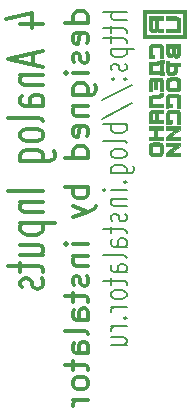
<source format=gbr>
%TF.GenerationSoftware,KiCad,Pcbnew,(5.1.9)-1*%
%TF.CreationDate,2021-06-18T12:26:37+07:00*%
%TF.ProjectId,adau1978,61646175-3139-4373-982e-6b696361645f,rev?*%
%TF.SameCoordinates,Original*%
%TF.FileFunction,Legend,Bot*%
%TF.FilePolarity,Positive*%
%FSLAX46Y46*%
G04 Gerber Fmt 4.6, Leading zero omitted, Abs format (unit mm)*
G04 Created by KiCad (PCBNEW (5.1.9)-1) date 2021-06-18 12:26:37*
%MOMM*%
%LPD*%
G01*
G04 APERTURE LIST*
%ADD10C,0.300000*%
%ADD11C,0.200000*%
%ADD12C,0.010000*%
G04 APERTURE END LIST*
D10*
X52316142Y-92346214D02*
X54316142Y-92346214D01*
X51173285Y-91870023D02*
X53316142Y-91393833D01*
X53316142Y-92631928D01*
X53459000Y-94822404D02*
X53459000Y-95774785D01*
X54316142Y-94631928D02*
X51316142Y-95298595D01*
X54316142Y-95965261D01*
X52316142Y-96631928D02*
X54316142Y-96631928D01*
X52601857Y-96631928D02*
X52459000Y-96727166D01*
X52316142Y-96917642D01*
X52316142Y-97203357D01*
X52459000Y-97393833D01*
X52744714Y-97489071D01*
X54316142Y-97489071D01*
X54316142Y-99298595D02*
X52744714Y-99298595D01*
X52459000Y-99203357D01*
X52316142Y-99012880D01*
X52316142Y-98631928D01*
X52459000Y-98441452D01*
X54173285Y-99298595D02*
X54316142Y-99108119D01*
X54316142Y-98631928D01*
X54173285Y-98441452D01*
X53887571Y-98346214D01*
X53601857Y-98346214D01*
X53316142Y-98441452D01*
X53173285Y-98631928D01*
X53173285Y-99108119D01*
X53030428Y-99298595D01*
X54316142Y-100536690D02*
X54173285Y-100346214D01*
X53887571Y-100250976D01*
X51316142Y-100250976D01*
X54316142Y-101584309D02*
X54173285Y-101393833D01*
X54030428Y-101298595D01*
X53744714Y-101203357D01*
X52887571Y-101203357D01*
X52601857Y-101298595D01*
X52459000Y-101393833D01*
X52316142Y-101584309D01*
X52316142Y-101870023D01*
X52459000Y-102060500D01*
X52601857Y-102155738D01*
X52887571Y-102250976D01*
X53744714Y-102250976D01*
X54030428Y-102155738D01*
X54173285Y-102060500D01*
X54316142Y-101870023D01*
X54316142Y-101584309D01*
X52316142Y-103965261D02*
X54744714Y-103965261D01*
X55030428Y-103870023D01*
X55173285Y-103774785D01*
X55316142Y-103584309D01*
X55316142Y-103298595D01*
X55173285Y-103108119D01*
X54173285Y-103965261D02*
X54316142Y-103774785D01*
X54316142Y-103393833D01*
X54173285Y-103203357D01*
X54030428Y-103108119D01*
X53744714Y-103012880D01*
X52887571Y-103012880D01*
X52601857Y-103108119D01*
X52459000Y-103203357D01*
X52316142Y-103393833D01*
X52316142Y-103774785D01*
X52459000Y-103965261D01*
X54316142Y-106441452D02*
X51316142Y-106441452D01*
X52316142Y-107393833D02*
X54316142Y-107393833D01*
X52601857Y-107393833D02*
X52459000Y-107489071D01*
X52316142Y-107679547D01*
X52316142Y-107965261D01*
X52459000Y-108155738D01*
X52744714Y-108250976D01*
X54316142Y-108250976D01*
X52316142Y-109203357D02*
X55316142Y-109203357D01*
X52459000Y-109203357D02*
X52316142Y-109393833D01*
X52316142Y-109774785D01*
X52459000Y-109965261D01*
X52601857Y-110060500D01*
X52887571Y-110155738D01*
X53744714Y-110155738D01*
X54030428Y-110060500D01*
X54173285Y-109965261D01*
X54316142Y-109774785D01*
X54316142Y-109393833D01*
X54173285Y-109203357D01*
X52316142Y-111870023D02*
X54316142Y-111870023D01*
X52316142Y-111012880D02*
X53887571Y-111012880D01*
X54173285Y-111108119D01*
X54316142Y-111298595D01*
X54316142Y-111584309D01*
X54173285Y-111774785D01*
X54030428Y-111870023D01*
X52316142Y-112536690D02*
X52316142Y-113298595D01*
X51316142Y-112822404D02*
X53887571Y-112822404D01*
X54173285Y-112917642D01*
X54316142Y-113108119D01*
X54316142Y-113298595D01*
X54173285Y-113870023D02*
X54316142Y-114060500D01*
X54316142Y-114441452D01*
X54173285Y-114631928D01*
X53887571Y-114727166D01*
X53744714Y-114727166D01*
X53459000Y-114631928D01*
X53316142Y-114441452D01*
X53316142Y-114155738D01*
X53173285Y-113965261D01*
X52887571Y-113870023D01*
X52744714Y-113870023D01*
X52459000Y-113965261D01*
X52316142Y-114155738D01*
X52316142Y-114441452D01*
X52459000Y-114631928D01*
D11*
X61356761Y-91338571D02*
X59356761Y-91338571D01*
X61356761Y-91981428D02*
X60309142Y-91981428D01*
X60118666Y-91910000D01*
X60023428Y-91767142D01*
X60023428Y-91552857D01*
X60118666Y-91410000D01*
X60213904Y-91338571D01*
X60023428Y-92481428D02*
X60023428Y-93052857D01*
X59356761Y-92695714D02*
X61071047Y-92695714D01*
X61261523Y-92767142D01*
X61356761Y-92910000D01*
X61356761Y-93052857D01*
X60023428Y-93338571D02*
X60023428Y-93910000D01*
X59356761Y-93552857D02*
X61071047Y-93552857D01*
X61261523Y-93624285D01*
X61356761Y-93767142D01*
X61356761Y-93910000D01*
X60023428Y-94410000D02*
X62023428Y-94410000D01*
X60118666Y-94410000D02*
X60023428Y-94552857D01*
X60023428Y-94838571D01*
X60118666Y-94981428D01*
X60213904Y-95052857D01*
X60404380Y-95124285D01*
X60975809Y-95124285D01*
X61166285Y-95052857D01*
X61261523Y-94981428D01*
X61356761Y-94838571D01*
X61356761Y-94552857D01*
X61261523Y-94410000D01*
X61261523Y-95695714D02*
X61356761Y-95838571D01*
X61356761Y-96124285D01*
X61261523Y-96267142D01*
X61071047Y-96338571D01*
X60975809Y-96338571D01*
X60785333Y-96267142D01*
X60690095Y-96124285D01*
X60690095Y-95910000D01*
X60594857Y-95767142D01*
X60404380Y-95695714D01*
X60309142Y-95695714D01*
X60118666Y-95767142D01*
X60023428Y-95910000D01*
X60023428Y-96124285D01*
X60118666Y-96267142D01*
X61166285Y-96981428D02*
X61261523Y-97052857D01*
X61356761Y-96981428D01*
X61261523Y-96910000D01*
X61166285Y-96981428D01*
X61356761Y-96981428D01*
X60118666Y-96981428D02*
X60213904Y-97052857D01*
X60309142Y-96981428D01*
X60213904Y-96910000D01*
X60118666Y-96981428D01*
X60309142Y-96981428D01*
X59261523Y-98767142D02*
X61832952Y-97481428D01*
X59261523Y-100338571D02*
X61832952Y-99052857D01*
X61356761Y-100838571D02*
X59356761Y-100838571D01*
X60118666Y-100838571D02*
X60023428Y-100981428D01*
X60023428Y-101267142D01*
X60118666Y-101410000D01*
X60213904Y-101481428D01*
X60404380Y-101552857D01*
X60975809Y-101552857D01*
X61166285Y-101481428D01*
X61261523Y-101410000D01*
X61356761Y-101267142D01*
X61356761Y-100981428D01*
X61261523Y-100838571D01*
X61356761Y-102410000D02*
X61261523Y-102267142D01*
X61071047Y-102195714D01*
X59356761Y-102195714D01*
X61356761Y-103195714D02*
X61261523Y-103052857D01*
X61166285Y-102981428D01*
X60975809Y-102910000D01*
X60404380Y-102910000D01*
X60213904Y-102981428D01*
X60118666Y-103052857D01*
X60023428Y-103195714D01*
X60023428Y-103410000D01*
X60118666Y-103552857D01*
X60213904Y-103624285D01*
X60404380Y-103695714D01*
X60975809Y-103695714D01*
X61166285Y-103624285D01*
X61261523Y-103552857D01*
X61356761Y-103410000D01*
X61356761Y-103195714D01*
X60023428Y-104981428D02*
X61642476Y-104981428D01*
X61832952Y-104910000D01*
X61928190Y-104838571D01*
X62023428Y-104695714D01*
X62023428Y-104481428D01*
X61928190Y-104338571D01*
X61261523Y-104981428D02*
X61356761Y-104838571D01*
X61356761Y-104552857D01*
X61261523Y-104410000D01*
X61166285Y-104338571D01*
X60975809Y-104267142D01*
X60404380Y-104267142D01*
X60213904Y-104338571D01*
X60118666Y-104410000D01*
X60023428Y-104552857D01*
X60023428Y-104838571D01*
X60118666Y-104981428D01*
X61166285Y-105695714D02*
X61261523Y-105767142D01*
X61356761Y-105695714D01*
X61261523Y-105624285D01*
X61166285Y-105695714D01*
X61356761Y-105695714D01*
X61356761Y-106410000D02*
X60023428Y-106410000D01*
X59356761Y-106410000D02*
X59452000Y-106338571D01*
X59547238Y-106410000D01*
X59452000Y-106481428D01*
X59356761Y-106410000D01*
X59547238Y-106410000D01*
X60023428Y-107124285D02*
X61356761Y-107124285D01*
X60213904Y-107124285D02*
X60118666Y-107195714D01*
X60023428Y-107338571D01*
X60023428Y-107552857D01*
X60118666Y-107695714D01*
X60309142Y-107767142D01*
X61356761Y-107767142D01*
X61261523Y-108410000D02*
X61356761Y-108552857D01*
X61356761Y-108838571D01*
X61261523Y-108981428D01*
X61071047Y-109052857D01*
X60975809Y-109052857D01*
X60785333Y-108981428D01*
X60690095Y-108838571D01*
X60690095Y-108624285D01*
X60594857Y-108481428D01*
X60404380Y-108410000D01*
X60309142Y-108410000D01*
X60118666Y-108481428D01*
X60023428Y-108624285D01*
X60023428Y-108838571D01*
X60118666Y-108981428D01*
X60023428Y-109481428D02*
X60023428Y-110052857D01*
X59356761Y-109695714D02*
X61071047Y-109695714D01*
X61261523Y-109767142D01*
X61356761Y-109910000D01*
X61356761Y-110052857D01*
X61356761Y-111195714D02*
X60309142Y-111195714D01*
X60118666Y-111124285D01*
X60023428Y-110981428D01*
X60023428Y-110695714D01*
X60118666Y-110552857D01*
X61261523Y-111195714D02*
X61356761Y-111052857D01*
X61356761Y-110695714D01*
X61261523Y-110552857D01*
X61071047Y-110481428D01*
X60880571Y-110481428D01*
X60690095Y-110552857D01*
X60594857Y-110695714D01*
X60594857Y-111052857D01*
X60499619Y-111195714D01*
X61356761Y-112124285D02*
X61261523Y-111981428D01*
X61071047Y-111910000D01*
X59356761Y-111910000D01*
X61356761Y-113338571D02*
X60309142Y-113338571D01*
X60118666Y-113267142D01*
X60023428Y-113124285D01*
X60023428Y-112838571D01*
X60118666Y-112695714D01*
X61261523Y-113338571D02*
X61356761Y-113195714D01*
X61356761Y-112838571D01*
X61261523Y-112695714D01*
X61071047Y-112624285D01*
X60880571Y-112624285D01*
X60690095Y-112695714D01*
X60594857Y-112838571D01*
X60594857Y-113195714D01*
X60499619Y-113338571D01*
X60023428Y-113838571D02*
X60023428Y-114410000D01*
X59356761Y-114052857D02*
X61071047Y-114052857D01*
X61261523Y-114124285D01*
X61356761Y-114267142D01*
X61356761Y-114410000D01*
X61356761Y-115124285D02*
X61261523Y-114981428D01*
X61166285Y-114910000D01*
X60975809Y-114838571D01*
X60404380Y-114838571D01*
X60213904Y-114910000D01*
X60118666Y-114981428D01*
X60023428Y-115124285D01*
X60023428Y-115338571D01*
X60118666Y-115481428D01*
X60213904Y-115552857D01*
X60404380Y-115624285D01*
X60975809Y-115624285D01*
X61166285Y-115552857D01*
X61261523Y-115481428D01*
X61356761Y-115338571D01*
X61356761Y-115124285D01*
X61356761Y-116267142D02*
X60023428Y-116267142D01*
X60404380Y-116267142D02*
X60213904Y-116338571D01*
X60118666Y-116410000D01*
X60023428Y-116552857D01*
X60023428Y-116695714D01*
X61166285Y-117195714D02*
X61261523Y-117267142D01*
X61356761Y-117195714D01*
X61261523Y-117124285D01*
X61166285Y-117195714D01*
X61356761Y-117195714D01*
X61356761Y-117910000D02*
X60023428Y-117910000D01*
X60404380Y-117910000D02*
X60213904Y-117981428D01*
X60118666Y-118052857D01*
X60023428Y-118195714D01*
X60023428Y-118338571D01*
X60023428Y-119481428D02*
X61356761Y-119481428D01*
X60023428Y-118838571D02*
X61071047Y-118838571D01*
X61261523Y-118910000D01*
X61356761Y-119052857D01*
X61356761Y-119267142D01*
X61261523Y-119410000D01*
X61166285Y-119481428D01*
D10*
X58118261Y-92219833D02*
X56118261Y-92219833D01*
X58023023Y-92219833D02*
X58118261Y-92029357D01*
X58118261Y-91648404D01*
X58023023Y-91457928D01*
X57927785Y-91362690D01*
X57737309Y-91267452D01*
X57165880Y-91267452D01*
X56975404Y-91362690D01*
X56880166Y-91457928D01*
X56784928Y-91648404D01*
X56784928Y-92029357D01*
X56880166Y-92219833D01*
X58023023Y-93934119D02*
X58118261Y-93743642D01*
X58118261Y-93362690D01*
X58023023Y-93172214D01*
X57832547Y-93076976D01*
X57070642Y-93076976D01*
X56880166Y-93172214D01*
X56784928Y-93362690D01*
X56784928Y-93743642D01*
X56880166Y-93934119D01*
X57070642Y-94029357D01*
X57261119Y-94029357D01*
X57451595Y-93076976D01*
X58023023Y-94791261D02*
X58118261Y-94981738D01*
X58118261Y-95362690D01*
X58023023Y-95553166D01*
X57832547Y-95648404D01*
X57737309Y-95648404D01*
X57546833Y-95553166D01*
X57451595Y-95362690D01*
X57451595Y-95076976D01*
X57356357Y-94886500D01*
X57165880Y-94791261D01*
X57070642Y-94791261D01*
X56880166Y-94886500D01*
X56784928Y-95076976D01*
X56784928Y-95362690D01*
X56880166Y-95553166D01*
X58118261Y-96505547D02*
X56784928Y-96505547D01*
X56118261Y-96505547D02*
X56213500Y-96410309D01*
X56308738Y-96505547D01*
X56213500Y-96600785D01*
X56118261Y-96505547D01*
X56308738Y-96505547D01*
X56784928Y-98315071D02*
X58403976Y-98315071D01*
X58594452Y-98219833D01*
X58689690Y-98124595D01*
X58784928Y-97934119D01*
X58784928Y-97648404D01*
X58689690Y-97457928D01*
X58023023Y-98315071D02*
X58118261Y-98124595D01*
X58118261Y-97743642D01*
X58023023Y-97553166D01*
X57927785Y-97457928D01*
X57737309Y-97362690D01*
X57165880Y-97362690D01*
X56975404Y-97457928D01*
X56880166Y-97553166D01*
X56784928Y-97743642D01*
X56784928Y-98124595D01*
X56880166Y-98315071D01*
X56784928Y-99267452D02*
X58118261Y-99267452D01*
X56975404Y-99267452D02*
X56880166Y-99362690D01*
X56784928Y-99553166D01*
X56784928Y-99838880D01*
X56880166Y-100029357D01*
X57070642Y-100124595D01*
X58118261Y-100124595D01*
X58023023Y-101838880D02*
X58118261Y-101648404D01*
X58118261Y-101267452D01*
X58023023Y-101076976D01*
X57832547Y-100981738D01*
X57070642Y-100981738D01*
X56880166Y-101076976D01*
X56784928Y-101267452D01*
X56784928Y-101648404D01*
X56880166Y-101838880D01*
X57070642Y-101934119D01*
X57261119Y-101934119D01*
X57451595Y-100981738D01*
X58118261Y-103648404D02*
X56118261Y-103648404D01*
X58023023Y-103648404D02*
X58118261Y-103457928D01*
X58118261Y-103076976D01*
X58023023Y-102886499D01*
X57927785Y-102791261D01*
X57737309Y-102696023D01*
X57165880Y-102696023D01*
X56975404Y-102791261D01*
X56880166Y-102886499D01*
X56784928Y-103076976D01*
X56784928Y-103457928D01*
X56880166Y-103648404D01*
X58118261Y-106124595D02*
X56118261Y-106124595D01*
X56880166Y-106124595D02*
X56784928Y-106315071D01*
X56784928Y-106696023D01*
X56880166Y-106886499D01*
X56975404Y-106981738D01*
X57165880Y-107076976D01*
X57737309Y-107076976D01*
X57927785Y-106981738D01*
X58023023Y-106886499D01*
X58118261Y-106696023D01*
X58118261Y-106315071D01*
X58023023Y-106124595D01*
X56784928Y-107743642D02*
X58118261Y-108219833D01*
X56784928Y-108696023D02*
X58118261Y-108219833D01*
X58594452Y-108029357D01*
X58689690Y-107934119D01*
X58784928Y-107743642D01*
X58118261Y-110981738D02*
X56784928Y-110981738D01*
X56118261Y-110981738D02*
X56213500Y-110886499D01*
X56308738Y-110981738D01*
X56213500Y-111076976D01*
X56118261Y-110981738D01*
X56308738Y-110981738D01*
X56784928Y-111934119D02*
X58118261Y-111934119D01*
X56975404Y-111934119D02*
X56880166Y-112029357D01*
X56784928Y-112219833D01*
X56784928Y-112505547D01*
X56880166Y-112696023D01*
X57070642Y-112791261D01*
X58118261Y-112791261D01*
X58023023Y-113648404D02*
X58118261Y-113838880D01*
X58118261Y-114219833D01*
X58023023Y-114410309D01*
X57832547Y-114505547D01*
X57737309Y-114505547D01*
X57546833Y-114410309D01*
X57451595Y-114219833D01*
X57451595Y-113934119D01*
X57356357Y-113743642D01*
X57165880Y-113648404D01*
X57070642Y-113648404D01*
X56880166Y-113743642D01*
X56784928Y-113934119D01*
X56784928Y-114219833D01*
X56880166Y-114410309D01*
X56784928Y-115076976D02*
X56784928Y-115838880D01*
X56118261Y-115362690D02*
X57832547Y-115362690D01*
X58023023Y-115457928D01*
X58118261Y-115648404D01*
X58118261Y-115838880D01*
X58118261Y-117362690D02*
X57070642Y-117362690D01*
X56880166Y-117267452D01*
X56784928Y-117076976D01*
X56784928Y-116696023D01*
X56880166Y-116505547D01*
X58023023Y-117362690D02*
X58118261Y-117172214D01*
X58118261Y-116696023D01*
X58023023Y-116505547D01*
X57832547Y-116410309D01*
X57642071Y-116410309D01*
X57451595Y-116505547D01*
X57356357Y-116696023D01*
X57356357Y-117172214D01*
X57261119Y-117362690D01*
X58118261Y-118600785D02*
X58023023Y-118410309D01*
X57832547Y-118315071D01*
X56118261Y-118315071D01*
X58118261Y-120219833D02*
X57070642Y-120219833D01*
X56880166Y-120124595D01*
X56784928Y-119934119D01*
X56784928Y-119553166D01*
X56880166Y-119362690D01*
X58023023Y-120219833D02*
X58118261Y-120029357D01*
X58118261Y-119553166D01*
X58023023Y-119362690D01*
X57832547Y-119267452D01*
X57642071Y-119267452D01*
X57451595Y-119362690D01*
X57356357Y-119553166D01*
X57356357Y-120029357D01*
X57261119Y-120219833D01*
X56784928Y-120886499D02*
X56784928Y-121648404D01*
X56118261Y-121172214D02*
X57832547Y-121172214D01*
X58023023Y-121267452D01*
X58118261Y-121457928D01*
X58118261Y-121648404D01*
X58118261Y-122600785D02*
X58023023Y-122410309D01*
X57927785Y-122315071D01*
X57737309Y-122219833D01*
X57165880Y-122219833D01*
X56975404Y-122315071D01*
X56880166Y-122410309D01*
X56784928Y-122600785D01*
X56784928Y-122886499D01*
X56880166Y-123076976D01*
X56975404Y-123172214D01*
X57165880Y-123267452D01*
X57737309Y-123267452D01*
X57927785Y-123172214D01*
X58023023Y-123076976D01*
X58118261Y-122886499D01*
X58118261Y-122600785D01*
X58118261Y-124124595D02*
X56784928Y-124124595D01*
X57165880Y-124124595D02*
X56975404Y-124219833D01*
X56880166Y-124315071D01*
X56784928Y-124505547D01*
X56784928Y-124696023D01*
D12*
%TO.C,TP2*%
G36*
X66425885Y-93535500D02*
G01*
X66425885Y-91171347D01*
X62987116Y-91171347D01*
X62987116Y-91435116D01*
X66162116Y-91435116D01*
X66162116Y-93271731D01*
X62987116Y-93271731D01*
X62987116Y-91435116D01*
X62987116Y-91171347D01*
X62733116Y-91171347D01*
X62733116Y-93535500D01*
X66425885Y-93535500D01*
G37*
X66425885Y-93535500D02*
X66425885Y-91171347D01*
X62987116Y-91171347D01*
X62987116Y-91435116D01*
X66162116Y-91435116D01*
X66162116Y-93271731D01*
X62987116Y-93271731D01*
X62987116Y-91435116D01*
X62987116Y-91171347D01*
X62733116Y-91171347D01*
X62733116Y-93535500D01*
X66425885Y-93535500D01*
G36*
X64706670Y-94431827D02*
G01*
X64706921Y-94542067D01*
X64707700Y-94634742D01*
X64709204Y-94711823D01*
X64711633Y-94775280D01*
X64715183Y-94827085D01*
X64720053Y-94869207D01*
X64726441Y-94903619D01*
X64734545Y-94932291D01*
X64744563Y-94957193D01*
X64756694Y-94980296D01*
X64762831Y-94990526D01*
X64808649Y-95046809D01*
X64866839Y-95088720D01*
X64935755Y-95115494D01*
X65013748Y-95126366D01*
X65054220Y-95125694D01*
X65115584Y-95116278D01*
X65173192Y-95097396D01*
X65221767Y-95071257D01*
X65254669Y-95041800D01*
X65270041Y-95025693D01*
X65278615Y-95025453D01*
X65280715Y-95029476D01*
X65293552Y-95050424D01*
X65317352Y-95077884D01*
X65347173Y-95107022D01*
X65378074Y-95133000D01*
X65404561Y-95150689D01*
X65424912Y-95160173D01*
X65446736Y-95166368D01*
X65474777Y-95169936D01*
X65513776Y-95171537D01*
X65556423Y-95171847D01*
X65608983Y-95171255D01*
X65647039Y-95169038D01*
X65675603Y-95164532D01*
X65699686Y-95157071D01*
X65713927Y-95150966D01*
X65779232Y-95110385D01*
X65831889Y-95055386D01*
X65871063Y-94987118D01*
X65895921Y-94906726D01*
X65897423Y-94898956D01*
X65900296Y-94872847D01*
X65902774Y-94828656D01*
X65904823Y-94767836D01*
X65906408Y-94691839D01*
X65907494Y-94602119D01*
X65908049Y-94500129D01*
X65908116Y-94447129D01*
X65908116Y-94053270D01*
X65654116Y-94053270D01*
X65654116Y-94326808D01*
X65654100Y-94573481D01*
X65653951Y-94651114D01*
X65653412Y-94711755D01*
X65652328Y-94757948D01*
X65650544Y-94792237D01*
X65647904Y-94817168D01*
X65644255Y-94835284D01*
X65639441Y-94849130D01*
X65637004Y-94854347D01*
X65611053Y-94885851D01*
X65573365Y-94904367D01*
X65527951Y-94908471D01*
X65498727Y-94903440D01*
X65477992Y-94897262D01*
X65461529Y-94889692D01*
X65448811Y-94878554D01*
X65439313Y-94861676D01*
X65432507Y-94836883D01*
X65427866Y-94802001D01*
X65424864Y-94754857D01*
X65422974Y-94693276D01*
X65421670Y-94615085D01*
X65421258Y-94583701D01*
X65417977Y-94326808D01*
X65654116Y-94326808D01*
X65654116Y-94053270D01*
X64970269Y-94053270D01*
X64970269Y-94326808D01*
X65176394Y-94326808D01*
X65173466Y-94567016D01*
X65170539Y-94807223D01*
X65143128Y-94830785D01*
X65105714Y-94851163D01*
X65063808Y-94855416D01*
X65023418Y-94843752D01*
X64998826Y-94825790D01*
X64970269Y-94797234D01*
X64970269Y-94326808D01*
X64970269Y-94053270D01*
X64706500Y-94053270D01*
X64706670Y-94431827D01*
G37*
X64706670Y-94431827D02*
X64706921Y-94542067D01*
X64707700Y-94634742D01*
X64709204Y-94711823D01*
X64711633Y-94775280D01*
X64715183Y-94827085D01*
X64720053Y-94869207D01*
X64726441Y-94903619D01*
X64734545Y-94932291D01*
X64744563Y-94957193D01*
X64756694Y-94980296D01*
X64762831Y-94990526D01*
X64808649Y-95046809D01*
X64866839Y-95088720D01*
X64935755Y-95115494D01*
X65013748Y-95126366D01*
X65054220Y-95125694D01*
X65115584Y-95116278D01*
X65173192Y-95097396D01*
X65221767Y-95071257D01*
X65254669Y-95041800D01*
X65270041Y-95025693D01*
X65278615Y-95025453D01*
X65280715Y-95029476D01*
X65293552Y-95050424D01*
X65317352Y-95077884D01*
X65347173Y-95107022D01*
X65378074Y-95133000D01*
X65404561Y-95150689D01*
X65424912Y-95160173D01*
X65446736Y-95166368D01*
X65474777Y-95169936D01*
X65513776Y-95171537D01*
X65556423Y-95171847D01*
X65608983Y-95171255D01*
X65647039Y-95169038D01*
X65675603Y-95164532D01*
X65699686Y-95157071D01*
X65713927Y-95150966D01*
X65779232Y-95110385D01*
X65831889Y-95055386D01*
X65871063Y-94987118D01*
X65895921Y-94906726D01*
X65897423Y-94898956D01*
X65900296Y-94872847D01*
X65902774Y-94828656D01*
X65904823Y-94767836D01*
X65906408Y-94691839D01*
X65907494Y-94602119D01*
X65908049Y-94500129D01*
X65908116Y-94447129D01*
X65908116Y-94053270D01*
X65654116Y-94053270D01*
X65654116Y-94326808D01*
X65654100Y-94573481D01*
X65653951Y-94651114D01*
X65653412Y-94711755D01*
X65652328Y-94757948D01*
X65650544Y-94792237D01*
X65647904Y-94817168D01*
X65644255Y-94835284D01*
X65639441Y-94849130D01*
X65637004Y-94854347D01*
X65611053Y-94885851D01*
X65573365Y-94904367D01*
X65527951Y-94908471D01*
X65498727Y-94903440D01*
X65477992Y-94897262D01*
X65461529Y-94889692D01*
X65448811Y-94878554D01*
X65439313Y-94861676D01*
X65432507Y-94836883D01*
X65427866Y-94802001D01*
X65424864Y-94754857D01*
X65422974Y-94693276D01*
X65421670Y-94615085D01*
X65421258Y-94583701D01*
X65417977Y-94326808D01*
X65654116Y-94326808D01*
X65654116Y-94053270D01*
X64970269Y-94053270D01*
X64970269Y-94326808D01*
X65176394Y-94326808D01*
X65173466Y-94567016D01*
X65170539Y-94807223D01*
X65143128Y-94830785D01*
X65105714Y-94851163D01*
X65063808Y-94855416D01*
X65023418Y-94843752D01*
X64998826Y-94825790D01*
X64970269Y-94797234D01*
X64970269Y-94326808D01*
X64970269Y-94053270D01*
X64706500Y-94053270D01*
X64706670Y-94431827D01*
G36*
X64708807Y-95926214D02*
G01*
X64709716Y-96038684D01*
X64710697Y-96133480D01*
X64711957Y-96212467D01*
X64713703Y-96277507D01*
X64716144Y-96330465D01*
X64719487Y-96373205D01*
X64723939Y-96407591D01*
X64729707Y-96435487D01*
X64736999Y-96458757D01*
X64746023Y-96479265D01*
X64756986Y-96498874D01*
X64770095Y-96519449D01*
X64775789Y-96528071D01*
X64823402Y-96582480D01*
X64885997Y-96625406D01*
X64936077Y-96647338D01*
X64971614Y-96655996D01*
X65021544Y-96662834D01*
X65080791Y-96667658D01*
X65144278Y-96670272D01*
X65206927Y-96670482D01*
X65263662Y-96668093D01*
X65309406Y-96662911D01*
X65315033Y-96661875D01*
X65395856Y-96637941D01*
X65462935Y-96600283D01*
X65517081Y-96548193D01*
X65559107Y-96480965D01*
X65579093Y-96432355D01*
X65582067Y-96414810D01*
X65585129Y-96380671D01*
X65588117Y-96332878D01*
X65590870Y-96274375D01*
X65593228Y-96208103D01*
X65594886Y-96143885D01*
X65600385Y-95885000D01*
X65754250Y-95882310D01*
X65908116Y-95879620D01*
X65908116Y-95616534D01*
X65436852Y-95613998D01*
X65341500Y-95613485D01*
X65341500Y-95879694D01*
X65341464Y-96097270D01*
X65341331Y-96168681D01*
X65340817Y-96223319D01*
X65339705Y-96263947D01*
X65337779Y-96293331D01*
X65334821Y-96314235D01*
X65330615Y-96329423D01*
X65324946Y-96341660D01*
X65321921Y-96346840D01*
X65304314Y-96369760D01*
X65281850Y-96385456D01*
X65250788Y-96395162D01*
X65207384Y-96400108D01*
X65155885Y-96401504D01*
X65098307Y-96400017D01*
X65055868Y-96393959D01*
X65024433Y-96381978D01*
X64999869Y-96362724D01*
X64985802Y-96345901D01*
X64979139Y-96335881D01*
X64974105Y-96324400D01*
X64970473Y-96308741D01*
X64968016Y-96286186D01*
X64966506Y-96254019D01*
X64965717Y-96209523D01*
X64965420Y-96149981D01*
X64965385Y-96101671D01*
X64965385Y-95885000D01*
X65153442Y-95882347D01*
X65341500Y-95879694D01*
X65341500Y-95613485D01*
X64965589Y-95611462D01*
X64955718Y-95543077D01*
X64945846Y-95474693D01*
X64825561Y-95471945D01*
X64705277Y-95469197D01*
X64708807Y-95926214D01*
G37*
X64708807Y-95926214D02*
X64709716Y-96038684D01*
X64710697Y-96133480D01*
X64711957Y-96212467D01*
X64713703Y-96277507D01*
X64716144Y-96330465D01*
X64719487Y-96373205D01*
X64723939Y-96407591D01*
X64729707Y-96435487D01*
X64736999Y-96458757D01*
X64746023Y-96479265D01*
X64756986Y-96498874D01*
X64770095Y-96519449D01*
X64775789Y-96528071D01*
X64823402Y-96582480D01*
X64885997Y-96625406D01*
X64936077Y-96647338D01*
X64971614Y-96655996D01*
X65021544Y-96662834D01*
X65080791Y-96667658D01*
X65144278Y-96670272D01*
X65206927Y-96670482D01*
X65263662Y-96668093D01*
X65309406Y-96662911D01*
X65315033Y-96661875D01*
X65395856Y-96637941D01*
X65462935Y-96600283D01*
X65517081Y-96548193D01*
X65559107Y-96480965D01*
X65579093Y-96432355D01*
X65582067Y-96414810D01*
X65585129Y-96380671D01*
X65588117Y-96332878D01*
X65590870Y-96274375D01*
X65593228Y-96208103D01*
X65594886Y-96143885D01*
X65600385Y-95885000D01*
X65754250Y-95882310D01*
X65908116Y-95879620D01*
X65908116Y-95616534D01*
X65436852Y-95613998D01*
X65341500Y-95613485D01*
X65341500Y-95879694D01*
X65341464Y-96097270D01*
X65341331Y-96168681D01*
X65340817Y-96223319D01*
X65339705Y-96263947D01*
X65337779Y-96293331D01*
X65334821Y-96314235D01*
X65330615Y-96329423D01*
X65324946Y-96341660D01*
X65321921Y-96346840D01*
X65304314Y-96369760D01*
X65281850Y-96385456D01*
X65250788Y-96395162D01*
X65207384Y-96400108D01*
X65155885Y-96401504D01*
X65098307Y-96400017D01*
X65055868Y-96393959D01*
X65024433Y-96381978D01*
X64999869Y-96362724D01*
X64985802Y-96345901D01*
X64979139Y-96335881D01*
X64974105Y-96324400D01*
X64970473Y-96308741D01*
X64968016Y-96286186D01*
X64966506Y-96254019D01*
X64965717Y-96209523D01*
X64965420Y-96149981D01*
X64965385Y-96101671D01*
X64965385Y-95885000D01*
X65153442Y-95882347D01*
X65341500Y-95879694D01*
X65341500Y-95613485D01*
X64965589Y-95611462D01*
X64955718Y-95543077D01*
X64945846Y-95474693D01*
X64825561Y-95471945D01*
X64705277Y-95469197D01*
X64708807Y-95926214D01*
G36*
X64707269Y-97522031D02*
G01*
X64708561Y-97594908D01*
X64710687Y-97659539D01*
X64713648Y-97711957D01*
X64716679Y-97742890D01*
X64732559Y-97818495D01*
X64758004Y-97884011D01*
X64791548Y-97936433D01*
X64827324Y-97969842D01*
X64852356Y-97986224D01*
X64876657Y-97999582D01*
X64902504Y-98010222D01*
X64932174Y-98018448D01*
X64967944Y-98024566D01*
X65012089Y-98028882D01*
X65066886Y-98031701D01*
X65134612Y-98033328D01*
X65217544Y-98034069D01*
X65307308Y-98034231D01*
X65405912Y-98034028D01*
X65487257Y-98033213D01*
X65553619Y-98031483D01*
X65607275Y-98028531D01*
X65650501Y-98024053D01*
X65685574Y-98017742D01*
X65714770Y-98009293D01*
X65740366Y-97998401D01*
X65764638Y-97984761D01*
X65787292Y-97969842D01*
X65825190Y-97933452D01*
X65857696Y-97881937D01*
X65882719Y-97819430D01*
X65898047Y-97750923D01*
X65901523Y-97714513D01*
X65904142Y-97662920D01*
X65905926Y-97599695D01*
X65906898Y-97528387D01*
X65907082Y-97452548D01*
X65906501Y-97375727D01*
X65905176Y-97301474D01*
X65903132Y-97233339D01*
X65900392Y-97174873D01*
X65896977Y-97129626D01*
X65893873Y-97105857D01*
X65872775Y-97027745D01*
X65839984Y-96964651D01*
X65794393Y-96915513D01*
X65734893Y-96879268D01*
X65660377Y-96854854D01*
X65624749Y-96847941D01*
X65593057Y-96844619D01*
X65545410Y-96841965D01*
X65485382Y-96839977D01*
X65416544Y-96838656D01*
X65402953Y-96838537D01*
X65402953Y-97112065D01*
X65459037Y-97112528D01*
X65504152Y-97113486D01*
X65534926Y-97114902D01*
X65544395Y-97115843D01*
X65590745Y-97130871D01*
X65624926Y-97159139D01*
X65644342Y-97198485D01*
X65644500Y-97199116D01*
X65646845Y-97218576D01*
X65648775Y-97254270D01*
X65650206Y-97302899D01*
X65651054Y-97361162D01*
X65651237Y-97425758D01*
X65651061Y-97458303D01*
X65650321Y-97531601D01*
X65649308Y-97587987D01*
X65647816Y-97630087D01*
X65645642Y-97660527D01*
X65642580Y-97681932D01*
X65638425Y-97696929D01*
X65632972Y-97708144D01*
X65631375Y-97710676D01*
X65619547Y-97726567D01*
X65605730Y-97739081D01*
X65587579Y-97748617D01*
X65562748Y-97755571D01*
X65528892Y-97760342D01*
X65483665Y-97763326D01*
X65424721Y-97764920D01*
X65349715Y-97765523D01*
X65307308Y-97765577D01*
X65216763Y-97765653D01*
X65143820Y-97764773D01*
X65086558Y-97761279D01*
X65043053Y-97753511D01*
X65011383Y-97739808D01*
X64989624Y-97718512D01*
X64975855Y-97687963D01*
X64968151Y-97646501D01*
X64964590Y-97592467D01*
X64963250Y-97524201D01*
X64962616Y-97468072D01*
X64962009Y-97381760D01*
X64962878Y-97312676D01*
X64965565Y-97258540D01*
X64970413Y-97217074D01*
X64977764Y-97186001D01*
X64987960Y-97163040D01*
X65001345Y-97145914D01*
X65012479Y-97136412D01*
X65022311Y-97129896D01*
X65033801Y-97124867D01*
X65049560Y-97121089D01*
X65072195Y-97118322D01*
X65104314Y-97116329D01*
X65148527Y-97114871D01*
X65207441Y-97113710D01*
X65271364Y-97112774D01*
X65339271Y-97112134D01*
X65402953Y-97112065D01*
X65402953Y-96838537D01*
X65342469Y-96838004D01*
X65266730Y-96838019D01*
X65192900Y-96838704D01*
X65124551Y-96840058D01*
X65065256Y-96842081D01*
X65018586Y-96844775D01*
X64989808Y-96847856D01*
X64909314Y-96867386D01*
X64844063Y-96898278D01*
X64792982Y-96941658D01*
X64754997Y-96998648D01*
X64729037Y-97070373D01*
X64716920Y-97133726D01*
X64713247Y-97172781D01*
X64710397Y-97227390D01*
X64708373Y-97293586D01*
X64707176Y-97367403D01*
X64706807Y-97444873D01*
X64707269Y-97522031D01*
G37*
X64707269Y-97522031D02*
X64708561Y-97594908D01*
X64710687Y-97659539D01*
X64713648Y-97711957D01*
X64716679Y-97742890D01*
X64732559Y-97818495D01*
X64758004Y-97884011D01*
X64791548Y-97936433D01*
X64827324Y-97969842D01*
X64852356Y-97986224D01*
X64876657Y-97999582D01*
X64902504Y-98010222D01*
X64932174Y-98018448D01*
X64967944Y-98024566D01*
X65012089Y-98028882D01*
X65066886Y-98031701D01*
X65134612Y-98033328D01*
X65217544Y-98034069D01*
X65307308Y-98034231D01*
X65405912Y-98034028D01*
X65487257Y-98033213D01*
X65553619Y-98031483D01*
X65607275Y-98028531D01*
X65650501Y-98024053D01*
X65685574Y-98017742D01*
X65714770Y-98009293D01*
X65740366Y-97998401D01*
X65764638Y-97984761D01*
X65787292Y-97969842D01*
X65825190Y-97933452D01*
X65857696Y-97881937D01*
X65882719Y-97819430D01*
X65898047Y-97750923D01*
X65901523Y-97714513D01*
X65904142Y-97662920D01*
X65905926Y-97599695D01*
X65906898Y-97528387D01*
X65907082Y-97452548D01*
X65906501Y-97375727D01*
X65905176Y-97301474D01*
X65903132Y-97233339D01*
X65900392Y-97174873D01*
X65896977Y-97129626D01*
X65893873Y-97105857D01*
X65872775Y-97027745D01*
X65839984Y-96964651D01*
X65794393Y-96915513D01*
X65734893Y-96879268D01*
X65660377Y-96854854D01*
X65624749Y-96847941D01*
X65593057Y-96844619D01*
X65545410Y-96841965D01*
X65485382Y-96839977D01*
X65416544Y-96838656D01*
X65402953Y-96838537D01*
X65402953Y-97112065D01*
X65459037Y-97112528D01*
X65504152Y-97113486D01*
X65534926Y-97114902D01*
X65544395Y-97115843D01*
X65590745Y-97130871D01*
X65624926Y-97159139D01*
X65644342Y-97198485D01*
X65644500Y-97199116D01*
X65646845Y-97218576D01*
X65648775Y-97254270D01*
X65650206Y-97302899D01*
X65651054Y-97361162D01*
X65651237Y-97425758D01*
X65651061Y-97458303D01*
X65650321Y-97531601D01*
X65649308Y-97587987D01*
X65647816Y-97630087D01*
X65645642Y-97660527D01*
X65642580Y-97681932D01*
X65638425Y-97696929D01*
X65632972Y-97708144D01*
X65631375Y-97710676D01*
X65619547Y-97726567D01*
X65605730Y-97739081D01*
X65587579Y-97748617D01*
X65562748Y-97755571D01*
X65528892Y-97760342D01*
X65483665Y-97763326D01*
X65424721Y-97764920D01*
X65349715Y-97765523D01*
X65307308Y-97765577D01*
X65216763Y-97765653D01*
X65143820Y-97764773D01*
X65086558Y-97761279D01*
X65043053Y-97753511D01*
X65011383Y-97739808D01*
X64989624Y-97718512D01*
X64975855Y-97687963D01*
X64968151Y-97646501D01*
X64964590Y-97592467D01*
X64963250Y-97524201D01*
X64962616Y-97468072D01*
X64962009Y-97381760D01*
X64962878Y-97312676D01*
X64965565Y-97258540D01*
X64970413Y-97217074D01*
X64977764Y-97186001D01*
X64987960Y-97163040D01*
X65001345Y-97145914D01*
X65012479Y-97136412D01*
X65022311Y-97129896D01*
X65033801Y-97124867D01*
X65049560Y-97121089D01*
X65072195Y-97118322D01*
X65104314Y-97116329D01*
X65148527Y-97114871D01*
X65207441Y-97113710D01*
X65271364Y-97112774D01*
X65339271Y-97112134D01*
X65402953Y-97112065D01*
X65402953Y-96838537D01*
X65342469Y-96838004D01*
X65266730Y-96838019D01*
X65192900Y-96838704D01*
X65124551Y-96840058D01*
X65065256Y-96842081D01*
X65018586Y-96844775D01*
X64989808Y-96847856D01*
X64909314Y-96867386D01*
X64844063Y-96898278D01*
X64792982Y-96941658D01*
X64754997Y-96998648D01*
X64729037Y-97070373D01*
X64716920Y-97133726D01*
X64713247Y-97172781D01*
X64710397Y-97227390D01*
X64708373Y-97293586D01*
X64707176Y-97367403D01*
X64706807Y-97444873D01*
X64707269Y-97522031D01*
G36*
X64874246Y-99403577D02*
G01*
X64934867Y-99400742D01*
X64993344Y-99396923D01*
X65044911Y-99392511D01*
X65084799Y-99387894D01*
X65102154Y-99384978D01*
X65160769Y-99372616D01*
X65166255Y-99133270D01*
X64960500Y-99133270D01*
X64961286Y-98881712D01*
X64961890Y-98792047D01*
X64963289Y-98719744D01*
X64965794Y-98662632D01*
X64969715Y-98618542D01*
X64975362Y-98585302D01*
X64983045Y-98560743D01*
X64993075Y-98542694D01*
X65005762Y-98528984D01*
X65012481Y-98523608D01*
X65022002Y-98517283D01*
X65033111Y-98512364D01*
X65048320Y-98508634D01*
X65070142Y-98505879D01*
X65101087Y-98503883D01*
X65143668Y-98502430D01*
X65200397Y-98501305D01*
X65273786Y-98500292D01*
X65286019Y-98500141D01*
X65372295Y-98499381D01*
X65441341Y-98499667D01*
X65495453Y-98501336D01*
X65536928Y-98504722D01*
X65568061Y-98510162D01*
X65591147Y-98517991D01*
X65608484Y-98528545D01*
X65622367Y-98542160D01*
X65628759Y-98550260D01*
X65633745Y-98557541D01*
X65637866Y-98565937D01*
X65641220Y-98577298D01*
X65643905Y-98593473D01*
X65646019Y-98616313D01*
X65647660Y-98647669D01*
X65648926Y-98689389D01*
X65649914Y-98743324D01*
X65650724Y-98811324D01*
X65651452Y-98895239D01*
X65652164Y-98992318D01*
X65655097Y-99406808D01*
X65908116Y-99406808D01*
X65907234Y-98984289D01*
X65906740Y-98863077D01*
X65905784Y-98760385D01*
X65904341Y-98675202D01*
X65902381Y-98606513D01*
X65899878Y-98553307D01*
X65896804Y-98514570D01*
X65893873Y-98493088D01*
X65873378Y-98415987D01*
X65841904Y-98353899D01*
X65798129Y-98305616D01*
X65740730Y-98269929D01*
X65668386Y-98245628D01*
X65611889Y-98235251D01*
X65579457Y-98232170D01*
X65531544Y-98229444D01*
X65472207Y-98227216D01*
X65405504Y-98225624D01*
X65335490Y-98224808D01*
X65307308Y-98224731D01*
X65202981Y-98225492D01*
X65116032Y-98227909D01*
X65044355Y-98232180D01*
X64985843Y-98238507D01*
X64938390Y-98247089D01*
X64899889Y-98258125D01*
X64882346Y-98265059D01*
X64832996Y-98293952D01*
X64789373Y-98332760D01*
X64758257Y-98375431D01*
X64757876Y-98376154D01*
X64747883Y-98396026D01*
X64739488Y-98415464D01*
X64732531Y-98436341D01*
X64726855Y-98460527D01*
X64722304Y-98489897D01*
X64718719Y-98526321D01*
X64715944Y-98571672D01*
X64713819Y-98627823D01*
X64712189Y-98696645D01*
X64710896Y-98780011D01*
X64709781Y-98879793D01*
X64709059Y-98956484D01*
X64704953Y-99409814D01*
X64874246Y-99403577D01*
G37*
X64874246Y-99403577D02*
X64934867Y-99400742D01*
X64993344Y-99396923D01*
X65044911Y-99392511D01*
X65084799Y-99387894D01*
X65102154Y-99384978D01*
X65160769Y-99372616D01*
X65166255Y-99133270D01*
X64960500Y-99133270D01*
X64961286Y-98881712D01*
X64961890Y-98792047D01*
X64963289Y-98719744D01*
X64965794Y-98662632D01*
X64969715Y-98618542D01*
X64975362Y-98585302D01*
X64983045Y-98560743D01*
X64993075Y-98542694D01*
X65005762Y-98528984D01*
X65012481Y-98523608D01*
X65022002Y-98517283D01*
X65033111Y-98512364D01*
X65048320Y-98508634D01*
X65070142Y-98505879D01*
X65101087Y-98503883D01*
X65143668Y-98502430D01*
X65200397Y-98501305D01*
X65273786Y-98500292D01*
X65286019Y-98500141D01*
X65372295Y-98499381D01*
X65441341Y-98499667D01*
X65495453Y-98501336D01*
X65536928Y-98504722D01*
X65568061Y-98510162D01*
X65591147Y-98517991D01*
X65608484Y-98528545D01*
X65622367Y-98542160D01*
X65628759Y-98550260D01*
X65633745Y-98557541D01*
X65637866Y-98565937D01*
X65641220Y-98577298D01*
X65643905Y-98593473D01*
X65646019Y-98616313D01*
X65647660Y-98647669D01*
X65648926Y-98689389D01*
X65649914Y-98743324D01*
X65650724Y-98811324D01*
X65651452Y-98895239D01*
X65652164Y-98992318D01*
X65655097Y-99406808D01*
X65908116Y-99406808D01*
X65907234Y-98984289D01*
X65906740Y-98863077D01*
X65905784Y-98760385D01*
X65904341Y-98675202D01*
X65902381Y-98606513D01*
X65899878Y-98553307D01*
X65896804Y-98514570D01*
X65893873Y-98493088D01*
X65873378Y-98415987D01*
X65841904Y-98353899D01*
X65798129Y-98305616D01*
X65740730Y-98269929D01*
X65668386Y-98245628D01*
X65611889Y-98235251D01*
X65579457Y-98232170D01*
X65531544Y-98229444D01*
X65472207Y-98227216D01*
X65405504Y-98225624D01*
X65335490Y-98224808D01*
X65307308Y-98224731D01*
X65202981Y-98225492D01*
X65116032Y-98227909D01*
X65044355Y-98232180D01*
X64985843Y-98238507D01*
X64938390Y-98247089D01*
X64899889Y-98258125D01*
X64882346Y-98265059D01*
X64832996Y-98293952D01*
X64789373Y-98332760D01*
X64758257Y-98375431D01*
X64757876Y-98376154D01*
X64747883Y-98396026D01*
X64739488Y-98415464D01*
X64732531Y-98436341D01*
X64726855Y-98460527D01*
X64722304Y-98489897D01*
X64718719Y-98526321D01*
X64715944Y-98571672D01*
X64713819Y-98627823D01*
X64712189Y-98696645D01*
X64710896Y-98780011D01*
X64709781Y-98879793D01*
X64709059Y-98956484D01*
X64704953Y-99409814D01*
X64874246Y-99403577D01*
G36*
X64875019Y-100771347D02*
G01*
X64935529Y-100768579D01*
X64993911Y-100764794D01*
X65045378Y-100760382D01*
X65085142Y-100755735D01*
X65102154Y-100752835D01*
X65160769Y-100740308D01*
X65166255Y-100500962D01*
X64959140Y-100500962D01*
X64962263Y-100224526D01*
X64963290Y-100142726D01*
X64964419Y-100078144D01*
X64965809Y-100028460D01*
X64967622Y-99991356D01*
X64970017Y-99964511D01*
X64973155Y-99945606D01*
X64977196Y-99932320D01*
X64982300Y-99922334D01*
X64983241Y-99920864D01*
X64994920Y-99904983D01*
X65008309Y-99892416D01*
X65025672Y-99882815D01*
X65049273Y-99875831D01*
X65081374Y-99871115D01*
X65124239Y-99868319D01*
X65180131Y-99867095D01*
X65251315Y-99867094D01*
X65327724Y-99867821D01*
X65585321Y-99870847D01*
X65610631Y-99896173D01*
X65629995Y-99923239D01*
X65643822Y-99955868D01*
X65644795Y-99959673D01*
X65646759Y-99977744D01*
X65648583Y-100012997D01*
X65650217Y-100063078D01*
X65651612Y-100125633D01*
X65652717Y-100198305D01*
X65653482Y-100278739D01*
X65653856Y-100364581D01*
X65653882Y-100386173D01*
X65654116Y-100774500D01*
X65908116Y-100774500D01*
X65906924Y-100351981D01*
X65906475Y-100260542D01*
X65905680Y-100173159D01*
X65904589Y-100092207D01*
X65903249Y-100020059D01*
X65901707Y-99959088D01*
X65900012Y-99911669D01*
X65898210Y-99880174D01*
X65897243Y-99870847D01*
X65882566Y-99808845D01*
X65858314Y-99750486D01*
X65827164Y-99700873D01*
X65791793Y-99665109D01*
X65787866Y-99662312D01*
X65762908Y-99645856D01*
X65739472Y-99632433D01*
X65715283Y-99621737D01*
X65688063Y-99613458D01*
X65655535Y-99607289D01*
X65615425Y-99602922D01*
X65565455Y-99600049D01*
X65503348Y-99598362D01*
X65426829Y-99597553D01*
X65333621Y-99597315D01*
X65307308Y-99597308D01*
X65216541Y-99597391D01*
X65143043Y-99597713D01*
X65084547Y-99598382D01*
X65038782Y-99599508D01*
X65003480Y-99601199D01*
X64976374Y-99603564D01*
X64955194Y-99606713D01*
X64937671Y-99610754D01*
X64921537Y-99615796D01*
X64921423Y-99615835D01*
X64858953Y-99642320D01*
X64811863Y-99674657D01*
X64776164Y-99716115D01*
X64756332Y-99751246D01*
X64745093Y-99776423D01*
X64735651Y-99802775D01*
X64727853Y-99832186D01*
X64721548Y-99866540D01*
X64716585Y-99907719D01*
X64712813Y-99957607D01*
X64710079Y-100018088D01*
X64708234Y-100091045D01*
X64707125Y-100178361D01*
X64706600Y-100281919D01*
X64706500Y-100371200D01*
X64706500Y-100777333D01*
X64875019Y-100771347D01*
G37*
X64875019Y-100771347D02*
X64935529Y-100768579D01*
X64993911Y-100764794D01*
X65045378Y-100760382D01*
X65085142Y-100755735D01*
X65102154Y-100752835D01*
X65160769Y-100740308D01*
X65166255Y-100500962D01*
X64959140Y-100500962D01*
X64962263Y-100224526D01*
X64963290Y-100142726D01*
X64964419Y-100078144D01*
X64965809Y-100028460D01*
X64967622Y-99991356D01*
X64970017Y-99964511D01*
X64973155Y-99945606D01*
X64977196Y-99932320D01*
X64982300Y-99922334D01*
X64983241Y-99920864D01*
X64994920Y-99904983D01*
X65008309Y-99892416D01*
X65025672Y-99882815D01*
X65049273Y-99875831D01*
X65081374Y-99871115D01*
X65124239Y-99868319D01*
X65180131Y-99867095D01*
X65251315Y-99867094D01*
X65327724Y-99867821D01*
X65585321Y-99870847D01*
X65610631Y-99896173D01*
X65629995Y-99923239D01*
X65643822Y-99955868D01*
X65644795Y-99959673D01*
X65646759Y-99977744D01*
X65648583Y-100012997D01*
X65650217Y-100063078D01*
X65651612Y-100125633D01*
X65652717Y-100198305D01*
X65653482Y-100278739D01*
X65653856Y-100364581D01*
X65653882Y-100386173D01*
X65654116Y-100774500D01*
X65908116Y-100774500D01*
X65906924Y-100351981D01*
X65906475Y-100260542D01*
X65905680Y-100173159D01*
X65904589Y-100092207D01*
X65903249Y-100020059D01*
X65901707Y-99959088D01*
X65900012Y-99911669D01*
X65898210Y-99880174D01*
X65897243Y-99870847D01*
X65882566Y-99808845D01*
X65858314Y-99750486D01*
X65827164Y-99700873D01*
X65791793Y-99665109D01*
X65787866Y-99662312D01*
X65762908Y-99645856D01*
X65739472Y-99632433D01*
X65715283Y-99621737D01*
X65688063Y-99613458D01*
X65655535Y-99607289D01*
X65615425Y-99602922D01*
X65565455Y-99600049D01*
X65503348Y-99598362D01*
X65426829Y-99597553D01*
X65333621Y-99597315D01*
X65307308Y-99597308D01*
X65216541Y-99597391D01*
X65143043Y-99597713D01*
X65084547Y-99598382D01*
X65038782Y-99599508D01*
X65003480Y-99601199D01*
X64976374Y-99603564D01*
X64955194Y-99606713D01*
X64937671Y-99610754D01*
X64921537Y-99615796D01*
X64921423Y-99615835D01*
X64858953Y-99642320D01*
X64811863Y-99674657D01*
X64776164Y-99716115D01*
X64756332Y-99751246D01*
X64745093Y-99776423D01*
X64735651Y-99802775D01*
X64727853Y-99832186D01*
X64721548Y-99866540D01*
X64716585Y-99907719D01*
X64712813Y-99957607D01*
X64710079Y-100018088D01*
X64708234Y-100091045D01*
X64707125Y-100178361D01*
X64706600Y-100281919D01*
X64706500Y-100371200D01*
X64706500Y-100777333D01*
X64875019Y-100771347D01*
G36*
X65511136Y-101277616D02*
G01*
X65186595Y-101486754D01*
X65113249Y-101534266D01*
X65043573Y-101579868D01*
X64979637Y-101622171D01*
X64923509Y-101659788D01*
X64877259Y-101691330D01*
X64842956Y-101715407D01*
X64822669Y-101730632D01*
X64820583Y-101732398D01*
X64774236Y-101783530D01*
X64740399Y-101845124D01*
X64718456Y-101918927D01*
X64707794Y-102006683D01*
X64706500Y-102056064D01*
X64706500Y-102132423D01*
X65908116Y-102132423D01*
X65908116Y-101858885D01*
X65065035Y-101858885D01*
X65486575Y-101584043D01*
X65908116Y-101309202D01*
X65908116Y-100999193D01*
X64706500Y-100999193D01*
X64706500Y-101272514D01*
X65511136Y-101277616D01*
G37*
X65511136Y-101277616D02*
X65186595Y-101486754D01*
X65113249Y-101534266D01*
X65043573Y-101579868D01*
X64979637Y-101622171D01*
X64923509Y-101659788D01*
X64877259Y-101691330D01*
X64842956Y-101715407D01*
X64822669Y-101730632D01*
X64820583Y-101732398D01*
X64774236Y-101783530D01*
X64740399Y-101845124D01*
X64718456Y-101918927D01*
X64707794Y-102006683D01*
X64706500Y-102056064D01*
X64706500Y-102132423D01*
X65908116Y-102132423D01*
X65908116Y-101858885D01*
X65065035Y-101858885D01*
X65486575Y-101584043D01*
X65908116Y-101309202D01*
X65908116Y-100999193D01*
X64706500Y-100999193D01*
X64706500Y-101272514D01*
X65511136Y-101277616D01*
G36*
X65111473Y-102652528D02*
G01*
X65516447Y-102655077D01*
X65206723Y-102854656D01*
X65134651Y-102901271D01*
X65065872Y-102946084D01*
X65002582Y-102987640D01*
X64946973Y-103024487D01*
X64901239Y-103055171D01*
X64867575Y-103078237D01*
X64848173Y-103092233D01*
X64848154Y-103092248D01*
X64794880Y-103141287D01*
X64755249Y-103196141D01*
X64728096Y-103259630D01*
X64712254Y-103334578D01*
X64706558Y-103423804D01*
X64706500Y-103434974D01*
X64706500Y-103509885D01*
X65908116Y-103509885D01*
X65908116Y-103236556D01*
X65493285Y-103234009D01*
X65078455Y-103231462D01*
X65903231Y-102693428D01*
X65908599Y-102376654D01*
X64706500Y-102376654D01*
X64706500Y-102649978D01*
X65111473Y-102652528D01*
G37*
X65111473Y-102652528D02*
X65516447Y-102655077D01*
X65206723Y-102854656D01*
X65134651Y-102901271D01*
X65065872Y-102946084D01*
X65002582Y-102987640D01*
X64946973Y-103024487D01*
X64901239Y-103055171D01*
X64867575Y-103078237D01*
X64848173Y-103092233D01*
X64848154Y-103092248D01*
X64794880Y-103141287D01*
X64755249Y-103196141D01*
X64728096Y-103259630D01*
X64712254Y-103334578D01*
X64706558Y-103423804D01*
X64706500Y-103434974D01*
X64706500Y-103509885D01*
X65908116Y-103509885D01*
X65908116Y-103236556D01*
X65493285Y-103234009D01*
X65078455Y-103231462D01*
X65903231Y-102693428D01*
X65908599Y-102376654D01*
X64706500Y-102376654D01*
X64706500Y-102649978D01*
X65111473Y-102652528D01*
G36*
X64188731Y-96563962D02*
G01*
X64188731Y-96671423D01*
X64559962Y-96671423D01*
X64559962Y-96544610D01*
X64560048Y-96490975D01*
X64558856Y-96453751D01*
X64554205Y-96429832D01*
X64543918Y-96416111D01*
X64525816Y-96409481D01*
X64497721Y-96406835D01*
X64462269Y-96405302D01*
X64408539Y-96402770D01*
X64405985Y-96009558D01*
X64403432Y-95616347D01*
X64451168Y-95616347D01*
X64486985Y-95615049D01*
X64520103Y-95611792D01*
X64529433Y-95610241D01*
X64559962Y-95604135D01*
X64559962Y-95352577D01*
X64374346Y-95352577D01*
X64309855Y-95352669D01*
X64262322Y-95353120D01*
X64229169Y-95354197D01*
X64207815Y-95356164D01*
X64195681Y-95359286D01*
X64190189Y-95363828D01*
X64188757Y-95370056D01*
X64188731Y-95371656D01*
X64181016Y-95408283D01*
X64159727Y-95435764D01*
X64159727Y-95721450D01*
X64157133Y-96003494D01*
X64154539Y-96285539D01*
X63504537Y-96290687D01*
X63509769Y-95817033D01*
X63744231Y-95794813D01*
X63840028Y-95785078D01*
X63919772Y-95775380D01*
X63986940Y-95765135D01*
X64045007Y-95753757D01*
X64097449Y-95740661D01*
X64137594Y-95728584D01*
X64159727Y-95721450D01*
X64159727Y-95435764D01*
X64157261Y-95438948D01*
X64116547Y-95464336D01*
X64057954Y-95485133D01*
X64025966Y-95493074D01*
X64005479Y-95496509D01*
X63968376Y-95501578D01*
X63917483Y-95507973D01*
X63855626Y-95515382D01*
X63785630Y-95523498D01*
X63710320Y-95532009D01*
X63632523Y-95540606D01*
X63555064Y-95548979D01*
X63480769Y-95556819D01*
X63412463Y-95563815D01*
X63352972Y-95569658D01*
X63305121Y-95574038D01*
X63271737Y-95576645D01*
X63258212Y-95577250D01*
X63256784Y-95586717D01*
X63255449Y-95613881D01*
X63254232Y-95656902D01*
X63253162Y-95713940D01*
X63252266Y-95783154D01*
X63251571Y-95862703D01*
X63251105Y-95950748D01*
X63250894Y-96045446D01*
X63250885Y-96070616D01*
X63250885Y-96563962D01*
X64188731Y-96563962D01*
G37*
X64188731Y-96563962D02*
X64188731Y-96671423D01*
X64559962Y-96671423D01*
X64559962Y-96544610D01*
X64560048Y-96490975D01*
X64558856Y-96453751D01*
X64554205Y-96429832D01*
X64543918Y-96416111D01*
X64525816Y-96409481D01*
X64497721Y-96406835D01*
X64462269Y-96405302D01*
X64408539Y-96402770D01*
X64405985Y-96009558D01*
X64403432Y-95616347D01*
X64451168Y-95616347D01*
X64486985Y-95615049D01*
X64520103Y-95611792D01*
X64529433Y-95610241D01*
X64559962Y-95604135D01*
X64559962Y-95352577D01*
X64374346Y-95352577D01*
X64309855Y-95352669D01*
X64262322Y-95353120D01*
X64229169Y-95354197D01*
X64207815Y-95356164D01*
X64195681Y-95359286D01*
X64190189Y-95363828D01*
X64188757Y-95370056D01*
X64188731Y-95371656D01*
X64181016Y-95408283D01*
X64159727Y-95435764D01*
X64159727Y-95721450D01*
X64157133Y-96003494D01*
X64154539Y-96285539D01*
X63504537Y-96290687D01*
X63509769Y-95817033D01*
X63744231Y-95794813D01*
X63840028Y-95785078D01*
X63919772Y-95775380D01*
X63986940Y-95765135D01*
X64045007Y-95753757D01*
X64097449Y-95740661D01*
X64137594Y-95728584D01*
X64159727Y-95721450D01*
X64159727Y-95435764D01*
X64157261Y-95438948D01*
X64116547Y-95464336D01*
X64057954Y-95485133D01*
X64025966Y-95493074D01*
X64005479Y-95496509D01*
X63968376Y-95501578D01*
X63917483Y-95507973D01*
X63855626Y-95515382D01*
X63785630Y-95523498D01*
X63710320Y-95532009D01*
X63632523Y-95540606D01*
X63555064Y-95548979D01*
X63480769Y-95556819D01*
X63412463Y-95563815D01*
X63352972Y-95569658D01*
X63305121Y-95574038D01*
X63271737Y-95576645D01*
X63258212Y-95577250D01*
X63256784Y-95586717D01*
X63255449Y-95613881D01*
X63254232Y-95656902D01*
X63253162Y-95713940D01*
X63252266Y-95783154D01*
X63251571Y-95862703D01*
X63251105Y-95950748D01*
X63250894Y-96045446D01*
X63250885Y-96070616D01*
X63250885Y-96563962D01*
X64188731Y-96563962D01*
G36*
X64442731Y-99367731D02*
G01*
X64442731Y-99094193D01*
X63504885Y-99094193D01*
X63504885Y-98864616D01*
X63505062Y-98790080D01*
X63505675Y-98732974D01*
X63506850Y-98691192D01*
X63508710Y-98662628D01*
X63511380Y-98645176D01*
X63514984Y-98636730D01*
X63518432Y-98635039D01*
X63534726Y-98633986D01*
X63567220Y-98631059D01*
X63612699Y-98626603D01*
X63667950Y-98620964D01*
X63729762Y-98614487D01*
X63794920Y-98607518D01*
X63860212Y-98600403D01*
X63922424Y-98593488D01*
X63978344Y-98587117D01*
X64024758Y-98581637D01*
X64058454Y-98577393D01*
X64071500Y-98575542D01*
X64173021Y-98554811D01*
X64257028Y-98526684D01*
X64324341Y-98490517D01*
X64375781Y-98445667D01*
X64412167Y-98391490D01*
X64434319Y-98327343D01*
X64440917Y-98285822D01*
X64443958Y-98248574D01*
X64445212Y-98216449D01*
X64444531Y-98197866D01*
X64442480Y-98188850D01*
X64437233Y-98182712D01*
X64425559Y-98178900D01*
X64404228Y-98176860D01*
X64370010Y-98176040D01*
X64319673Y-98175885D01*
X64190905Y-98175885D01*
X64184784Y-98208515D01*
X64168698Y-98246620D01*
X64135728Y-98276933D01*
X64090760Y-98298285D01*
X64071350Y-98302869D01*
X64034763Y-98309218D01*
X63983251Y-98317023D01*
X63919066Y-98325971D01*
X63844459Y-98335752D01*
X63761682Y-98346055D01*
X63672987Y-98356569D01*
X63648981Y-98359327D01*
X63250885Y-98404770D01*
X63250885Y-99367731D01*
X64442731Y-99367731D01*
G37*
X64442731Y-99367731D02*
X64442731Y-99094193D01*
X63504885Y-99094193D01*
X63504885Y-98864616D01*
X63505062Y-98790080D01*
X63505675Y-98732974D01*
X63506850Y-98691192D01*
X63508710Y-98662628D01*
X63511380Y-98645176D01*
X63514984Y-98636730D01*
X63518432Y-98635039D01*
X63534726Y-98633986D01*
X63567220Y-98631059D01*
X63612699Y-98626603D01*
X63667950Y-98620964D01*
X63729762Y-98614487D01*
X63794920Y-98607518D01*
X63860212Y-98600403D01*
X63922424Y-98593488D01*
X63978344Y-98587117D01*
X64024758Y-98581637D01*
X64058454Y-98577393D01*
X64071500Y-98575542D01*
X64173021Y-98554811D01*
X64257028Y-98526684D01*
X64324341Y-98490517D01*
X64375781Y-98445667D01*
X64412167Y-98391490D01*
X64434319Y-98327343D01*
X64440917Y-98285822D01*
X64443958Y-98248574D01*
X64445212Y-98216449D01*
X64444531Y-98197866D01*
X64442480Y-98188850D01*
X64437233Y-98182712D01*
X64425559Y-98178900D01*
X64404228Y-98176860D01*
X64370010Y-98176040D01*
X64319673Y-98175885D01*
X64190905Y-98175885D01*
X64184784Y-98208515D01*
X64168698Y-98246620D01*
X64135728Y-98276933D01*
X64090760Y-98298285D01*
X64071350Y-98302869D01*
X64034763Y-98309218D01*
X63983251Y-98317023D01*
X63919066Y-98325971D01*
X63844459Y-98335752D01*
X63761682Y-98346055D01*
X63672987Y-98356569D01*
X63648981Y-98359327D01*
X63250885Y-98404770D01*
X63250885Y-99367731D01*
X64442731Y-99367731D01*
G36*
X63306535Y-95195925D02*
G01*
X63356114Y-95194720D01*
X63413784Y-95191892D01*
X63474970Y-95187818D01*
X63535100Y-95182876D01*
X63589599Y-95177443D01*
X63633892Y-95171896D01*
X63663406Y-95166612D01*
X63664173Y-95166422D01*
X63710039Y-95154873D01*
X63710039Y-94922731D01*
X63504885Y-94922731D01*
X63504885Y-94653111D01*
X63505086Y-94564973D01*
X63505940Y-94494243D01*
X63507827Y-94438792D01*
X63511125Y-94396490D01*
X63516212Y-94365210D01*
X63523466Y-94342822D01*
X63533266Y-94327198D01*
X63545991Y-94316209D01*
X63562018Y-94307726D01*
X63566628Y-94305729D01*
X63587125Y-94301359D01*
X63623733Y-94297801D01*
X63673055Y-94295057D01*
X63731694Y-94293132D01*
X63796255Y-94292029D01*
X63863339Y-94291753D01*
X63929550Y-94292306D01*
X63991491Y-94293692D01*
X64045765Y-94295916D01*
X64088976Y-94298981D01*
X64117727Y-94302890D01*
X64125502Y-94305113D01*
X64139119Y-94310994D01*
X64150434Y-94317264D01*
X64159684Y-94325678D01*
X64167103Y-94337995D01*
X64172928Y-94355970D01*
X64177394Y-94381360D01*
X64180738Y-94415923D01*
X64183195Y-94461416D01*
X64185000Y-94519594D01*
X64186390Y-94592216D01*
X64187601Y-94681038D01*
X64188731Y-94776193D01*
X64193616Y-95191385D01*
X64318173Y-95194119D01*
X64442731Y-95196853D01*
X64442168Y-94754504D01*
X64441961Y-94647698D01*
X64441591Y-94558500D01*
X64440991Y-94484980D01*
X64440092Y-94425207D01*
X64438828Y-94377251D01*
X64437130Y-94339183D01*
X64434932Y-94309071D01*
X64432165Y-94284985D01*
X64428762Y-94264995D01*
X64424656Y-94247171D01*
X64424365Y-94246048D01*
X64402384Y-94181407D01*
X64372727Y-94131756D01*
X64332345Y-94093104D01*
X64286423Y-94065471D01*
X64254206Y-94050885D01*
X64220325Y-94039154D01*
X64182418Y-94030045D01*
X64138123Y-94023326D01*
X64085079Y-94018763D01*
X64020924Y-94016122D01*
X63943296Y-94015172D01*
X63849832Y-94015679D01*
X63790255Y-94016503D01*
X63708846Y-94017915D01*
X63644237Y-94019394D01*
X63593691Y-94021150D01*
X63554471Y-94023395D01*
X63523839Y-94026341D01*
X63499059Y-94030200D01*
X63477393Y-94035184D01*
X63456102Y-94041503D01*
X63452656Y-94042618D01*
X63385649Y-94073502D01*
X63332229Y-94118328D01*
X63291771Y-94177684D01*
X63279087Y-94205603D01*
X63273743Y-94219200D01*
X63269278Y-94232283D01*
X63265601Y-94246685D01*
X63262620Y-94264244D01*
X63260243Y-94286793D01*
X63258378Y-94316170D01*
X63256934Y-94354208D01*
X63255819Y-94402744D01*
X63254941Y-94463614D01*
X63254208Y-94538652D01*
X63253528Y-94629694D01*
X63252866Y-94729789D01*
X63249840Y-95196270D01*
X63306535Y-95195925D01*
G37*
X63306535Y-95195925D02*
X63356114Y-95194720D01*
X63413784Y-95191892D01*
X63474970Y-95187818D01*
X63535100Y-95182876D01*
X63589599Y-95177443D01*
X63633892Y-95171896D01*
X63663406Y-95166612D01*
X63664173Y-95166422D01*
X63710039Y-95154873D01*
X63710039Y-94922731D01*
X63504885Y-94922731D01*
X63504885Y-94653111D01*
X63505086Y-94564973D01*
X63505940Y-94494243D01*
X63507827Y-94438792D01*
X63511125Y-94396490D01*
X63516212Y-94365210D01*
X63523466Y-94342822D01*
X63533266Y-94327198D01*
X63545991Y-94316209D01*
X63562018Y-94307726D01*
X63566628Y-94305729D01*
X63587125Y-94301359D01*
X63623733Y-94297801D01*
X63673055Y-94295057D01*
X63731694Y-94293132D01*
X63796255Y-94292029D01*
X63863339Y-94291753D01*
X63929550Y-94292306D01*
X63991491Y-94293692D01*
X64045765Y-94295916D01*
X64088976Y-94298981D01*
X64117727Y-94302890D01*
X64125502Y-94305113D01*
X64139119Y-94310994D01*
X64150434Y-94317264D01*
X64159684Y-94325678D01*
X64167103Y-94337995D01*
X64172928Y-94355970D01*
X64177394Y-94381360D01*
X64180738Y-94415923D01*
X64183195Y-94461416D01*
X64185000Y-94519594D01*
X64186390Y-94592216D01*
X64187601Y-94681038D01*
X64188731Y-94776193D01*
X64193616Y-95191385D01*
X64318173Y-95194119D01*
X64442731Y-95196853D01*
X64442168Y-94754504D01*
X64441961Y-94647698D01*
X64441591Y-94558500D01*
X64440991Y-94484980D01*
X64440092Y-94425207D01*
X64438828Y-94377251D01*
X64437130Y-94339183D01*
X64434932Y-94309071D01*
X64432165Y-94284985D01*
X64428762Y-94264995D01*
X64424656Y-94247171D01*
X64424365Y-94246048D01*
X64402384Y-94181407D01*
X64372727Y-94131756D01*
X64332345Y-94093104D01*
X64286423Y-94065471D01*
X64254206Y-94050885D01*
X64220325Y-94039154D01*
X64182418Y-94030045D01*
X64138123Y-94023326D01*
X64085079Y-94018763D01*
X64020924Y-94016122D01*
X63943296Y-94015172D01*
X63849832Y-94015679D01*
X63790255Y-94016503D01*
X63708846Y-94017915D01*
X63644237Y-94019394D01*
X63593691Y-94021150D01*
X63554471Y-94023395D01*
X63523839Y-94026341D01*
X63499059Y-94030200D01*
X63477393Y-94035184D01*
X63456102Y-94041503D01*
X63452656Y-94042618D01*
X63385649Y-94073502D01*
X63332229Y-94118328D01*
X63291771Y-94177684D01*
X63279087Y-94205603D01*
X63273743Y-94219200D01*
X63269278Y-94232283D01*
X63265601Y-94246685D01*
X63262620Y-94264244D01*
X63260243Y-94286793D01*
X63258378Y-94316170D01*
X63256934Y-94354208D01*
X63255819Y-94402744D01*
X63254941Y-94463614D01*
X63254208Y-94538652D01*
X63253528Y-94629694D01*
X63252866Y-94729789D01*
X63249840Y-95196270D01*
X63306535Y-95195925D01*
G36*
X63504885Y-98000039D02*
G01*
X63504885Y-97605021D01*
X63505127Y-97505246D01*
X63505831Y-97416119D01*
X63506961Y-97339166D01*
X63508482Y-97275911D01*
X63510359Y-97227881D01*
X63512557Y-97196601D01*
X63514592Y-97184471D01*
X63534437Y-97158992D01*
X63570511Y-97141169D01*
X63620743Y-97131819D01*
X63651109Y-97130577D01*
X63710039Y-97130577D01*
X63710039Y-97804654D01*
X63964039Y-97804654D01*
X63964039Y-97130577D01*
X64032737Y-97130577D01*
X64094838Y-97135002D01*
X64140966Y-97148098D01*
X64170389Y-97169594D01*
X64179024Y-97184471D01*
X64181450Y-97200722D01*
X64183587Y-97235008D01*
X64185400Y-97285828D01*
X64186854Y-97351680D01*
X64187916Y-97431063D01*
X64188552Y-97522475D01*
X64188731Y-97609906D01*
X64188731Y-98009808D01*
X64442731Y-98009808D01*
X64441661Y-97582404D01*
X64441242Y-97491165D01*
X64440481Y-97404587D01*
X64439425Y-97324926D01*
X64438118Y-97254436D01*
X64436607Y-97195372D01*
X64434939Y-97149989D01*
X64433158Y-97120542D01*
X64432059Y-97111481D01*
X64415789Y-97056544D01*
X64390335Y-97003011D01*
X64359344Y-96957656D01*
X64337091Y-96935043D01*
X64308793Y-96916602D01*
X64270230Y-96897740D01*
X64232692Y-96883555D01*
X64212728Y-96877538D01*
X64193418Y-96872751D01*
X64172298Y-96869054D01*
X64146900Y-96866307D01*
X64114758Y-96864371D01*
X64073406Y-96863104D01*
X64020376Y-96862368D01*
X63953203Y-96862021D01*
X63869420Y-96861925D01*
X63851692Y-96861923D01*
X63754102Y-96862141D01*
X63673746Y-96862959D01*
X63608325Y-96864625D01*
X63555540Y-96867389D01*
X63513089Y-96871499D01*
X63478673Y-96877203D01*
X63449991Y-96884749D01*
X63424743Y-96894387D01*
X63400630Y-96906365D01*
X63391126Y-96911673D01*
X63345149Y-96945057D01*
X63309322Y-96988488D01*
X63279939Y-97046514D01*
X63278594Y-97049829D01*
X63273266Y-97063475D01*
X63268833Y-97076794D01*
X63265197Y-97091668D01*
X63262263Y-97109981D01*
X63259934Y-97133612D01*
X63258115Y-97164446D01*
X63256709Y-97204363D01*
X63255619Y-97255246D01*
X63254751Y-97318977D01*
X63254006Y-97397438D01*
X63253290Y-97492511D01*
X63252870Y-97553097D01*
X63249802Y-98000039D01*
X63504885Y-98000039D01*
G37*
X63504885Y-98000039D02*
X63504885Y-97605021D01*
X63505127Y-97505246D01*
X63505831Y-97416119D01*
X63506961Y-97339166D01*
X63508482Y-97275911D01*
X63510359Y-97227881D01*
X63512557Y-97196601D01*
X63514592Y-97184471D01*
X63534437Y-97158992D01*
X63570511Y-97141169D01*
X63620743Y-97131819D01*
X63651109Y-97130577D01*
X63710039Y-97130577D01*
X63710039Y-97804654D01*
X63964039Y-97804654D01*
X63964039Y-97130577D01*
X64032737Y-97130577D01*
X64094838Y-97135002D01*
X64140966Y-97148098D01*
X64170389Y-97169594D01*
X64179024Y-97184471D01*
X64181450Y-97200722D01*
X64183587Y-97235008D01*
X64185400Y-97285828D01*
X64186854Y-97351680D01*
X64187916Y-97431063D01*
X64188552Y-97522475D01*
X64188731Y-97609906D01*
X64188731Y-98009808D01*
X64442731Y-98009808D01*
X64441661Y-97582404D01*
X64441242Y-97491165D01*
X64440481Y-97404587D01*
X64439425Y-97324926D01*
X64438118Y-97254436D01*
X64436607Y-97195372D01*
X64434939Y-97149989D01*
X64433158Y-97120542D01*
X64432059Y-97111481D01*
X64415789Y-97056544D01*
X64390335Y-97003011D01*
X64359344Y-96957656D01*
X64337091Y-96935043D01*
X64308793Y-96916602D01*
X64270230Y-96897740D01*
X64232692Y-96883555D01*
X64212728Y-96877538D01*
X64193418Y-96872751D01*
X64172298Y-96869054D01*
X64146900Y-96866307D01*
X64114758Y-96864371D01*
X64073406Y-96863104D01*
X64020376Y-96862368D01*
X63953203Y-96862021D01*
X63869420Y-96861925D01*
X63851692Y-96861923D01*
X63754102Y-96862141D01*
X63673746Y-96862959D01*
X63608325Y-96864625D01*
X63555540Y-96867389D01*
X63513089Y-96871499D01*
X63478673Y-96877203D01*
X63449991Y-96884749D01*
X63424743Y-96894387D01*
X63400630Y-96906365D01*
X63391126Y-96911673D01*
X63345149Y-96945057D01*
X63309322Y-96988488D01*
X63279939Y-97046514D01*
X63278594Y-97049829D01*
X63273266Y-97063475D01*
X63268833Y-97076794D01*
X63265197Y-97091668D01*
X63262263Y-97109981D01*
X63259934Y-97133612D01*
X63258115Y-97164446D01*
X63256709Y-97204363D01*
X63255619Y-97255246D01*
X63254751Y-97318977D01*
X63254006Y-97397438D01*
X63253290Y-97492511D01*
X63252870Y-97553097D01*
X63249802Y-98000039D01*
X63504885Y-98000039D01*
G36*
X64442731Y-100754962D02*
G01*
X64442731Y-100481828D01*
X64244904Y-100479183D01*
X64047077Y-100476539D01*
X64047077Y-99890385D01*
X64244904Y-99887740D01*
X64442731Y-99885096D01*
X64442731Y-99620855D01*
X63971366Y-99624012D01*
X63854909Y-99624815D01*
X63756239Y-99625702D01*
X63755359Y-99625715D01*
X63755359Y-99886258D01*
X63778033Y-99887710D01*
X63782560Y-99888746D01*
X63787059Y-99892156D01*
X63790569Y-99899906D01*
X63793180Y-99914059D01*
X63794983Y-99936680D01*
X63796071Y-99969832D01*
X63796532Y-100015580D01*
X63796460Y-100075986D01*
X63795944Y-100153115D01*
X63795665Y-100185654D01*
X63793077Y-100476539D01*
X63648981Y-100479242D01*
X63504885Y-100481946D01*
X63504900Y-100235012D01*
X63505161Y-100145274D01*
X63506605Y-100073083D01*
X63510237Y-100016447D01*
X63517063Y-99973374D01*
X63528089Y-99941874D01*
X63544323Y-99919954D01*
X63566770Y-99905624D01*
X63596437Y-99896892D01*
X63634330Y-99891767D01*
X63680082Y-99888347D01*
X63720881Y-99886463D01*
X63755359Y-99886258D01*
X63755359Y-99625715D01*
X63673607Y-99626925D01*
X63605262Y-99628733D01*
X63549454Y-99631377D01*
X63504432Y-99635108D01*
X63468447Y-99640175D01*
X63439748Y-99646830D01*
X63416584Y-99655322D01*
X63397206Y-99665902D01*
X63379863Y-99678821D01*
X63362805Y-99694328D01*
X63344281Y-99712675D01*
X63343055Y-99713902D01*
X63324061Y-99733107D01*
X63308075Y-99750754D01*
X63294824Y-99768661D01*
X63284037Y-99788643D01*
X63275439Y-99812516D01*
X63268760Y-99842097D01*
X63263726Y-99879201D01*
X63260065Y-99925644D01*
X63257504Y-99983244D01*
X63255771Y-100053816D01*
X63254593Y-100139176D01*
X63253698Y-100241140D01*
X63253169Y-100312904D01*
X63249959Y-100754962D01*
X64442731Y-100754962D01*
G37*
X64442731Y-100754962D02*
X64442731Y-100481828D01*
X64244904Y-100479183D01*
X64047077Y-100476539D01*
X64047077Y-99890385D01*
X64244904Y-99887740D01*
X64442731Y-99885096D01*
X64442731Y-99620855D01*
X63971366Y-99624012D01*
X63854909Y-99624815D01*
X63756239Y-99625702D01*
X63755359Y-99625715D01*
X63755359Y-99886258D01*
X63778033Y-99887710D01*
X63782560Y-99888746D01*
X63787059Y-99892156D01*
X63790569Y-99899906D01*
X63793180Y-99914059D01*
X63794983Y-99936680D01*
X63796071Y-99969832D01*
X63796532Y-100015580D01*
X63796460Y-100075986D01*
X63795944Y-100153115D01*
X63795665Y-100185654D01*
X63793077Y-100476539D01*
X63648981Y-100479242D01*
X63504885Y-100481946D01*
X63504900Y-100235012D01*
X63505161Y-100145274D01*
X63506605Y-100073083D01*
X63510237Y-100016447D01*
X63517063Y-99973374D01*
X63528089Y-99941874D01*
X63544323Y-99919954D01*
X63566770Y-99905624D01*
X63596437Y-99896892D01*
X63634330Y-99891767D01*
X63680082Y-99888347D01*
X63720881Y-99886463D01*
X63755359Y-99886258D01*
X63755359Y-99625715D01*
X63673607Y-99626925D01*
X63605262Y-99628733D01*
X63549454Y-99631377D01*
X63504432Y-99635108D01*
X63468447Y-99640175D01*
X63439748Y-99646830D01*
X63416584Y-99655322D01*
X63397206Y-99665902D01*
X63379863Y-99678821D01*
X63362805Y-99694328D01*
X63344281Y-99712675D01*
X63343055Y-99713902D01*
X63324061Y-99733107D01*
X63308075Y-99750754D01*
X63294824Y-99768661D01*
X63284037Y-99788643D01*
X63275439Y-99812516D01*
X63268760Y-99842097D01*
X63263726Y-99879201D01*
X63260065Y-99925644D01*
X63257504Y-99983244D01*
X63255771Y-100053816D01*
X63254593Y-100139176D01*
X63253698Y-100241140D01*
X63253169Y-100312904D01*
X63249959Y-100754962D01*
X64442731Y-100754962D01*
G36*
X63710039Y-101272731D02*
G01*
X63710039Y-101858885D01*
X63250885Y-101858885D01*
X63250885Y-102132423D01*
X64442731Y-102132423D01*
X64442731Y-101858885D01*
X63964039Y-101858885D01*
X63964039Y-101272731D01*
X64442731Y-101272731D01*
X64442731Y-100999193D01*
X63250885Y-100999193D01*
X63250885Y-101272731D01*
X63710039Y-101272731D01*
G37*
X63710039Y-101272731D02*
X63710039Y-101858885D01*
X63250885Y-101858885D01*
X63250885Y-102132423D01*
X64442731Y-102132423D01*
X64442731Y-101858885D01*
X63964039Y-101858885D01*
X63964039Y-101272731D01*
X64442731Y-101272731D01*
X64442731Y-100999193D01*
X63250885Y-100999193D01*
X63250885Y-101272731D01*
X63710039Y-101272731D01*
G36*
X63255918Y-103043592D02*
G01*
X63256617Y-103126522D01*
X63258245Y-103194207D01*
X63261182Y-103248794D01*
X63265807Y-103292427D01*
X63272499Y-103327254D01*
X63281637Y-103355421D01*
X63293601Y-103379073D01*
X63308770Y-103400358D01*
X63327523Y-103421421D01*
X63343055Y-103437253D01*
X63365100Y-103458629D01*
X63385848Y-103476199D01*
X63407427Y-103490338D01*
X63431965Y-103501415D01*
X63461589Y-103509804D01*
X63498427Y-103515878D01*
X63544607Y-103520008D01*
X63602256Y-103522566D01*
X63673503Y-103523925D01*
X63760474Y-103524458D01*
X63841923Y-103524539D01*
X63931707Y-103524488D01*
X64004236Y-103524251D01*
X64061793Y-103523702D01*
X64106660Y-103522718D01*
X64141122Y-103521172D01*
X64167460Y-103518939D01*
X64187959Y-103515894D01*
X64204901Y-103511913D01*
X64220570Y-103506869D01*
X64230435Y-103503232D01*
X64297871Y-103469771D01*
X64350942Y-103425046D01*
X64390975Y-103367418D01*
X64419296Y-103295248D01*
X64428356Y-103258624D01*
X64433149Y-103224559D01*
X64436946Y-103174732D01*
X64439749Y-103112786D01*
X64441557Y-103042363D01*
X64442373Y-102967105D01*
X64442197Y-102890655D01*
X64441030Y-102816654D01*
X64438873Y-102748745D01*
X64435727Y-102690570D01*
X64431593Y-102645771D01*
X64428190Y-102624683D01*
X64403459Y-102545266D01*
X64366609Y-102480894D01*
X64316724Y-102430674D01*
X64252888Y-102393715D01*
X64174186Y-102369123D01*
X64163847Y-102366989D01*
X64133138Y-102363143D01*
X64085541Y-102360428D01*
X64020445Y-102358830D01*
X63937391Y-102358338D01*
X63937391Y-102625670D01*
X64010356Y-102626544D01*
X64067607Y-102630151D01*
X64111048Y-102638247D01*
X64142584Y-102652593D01*
X64164120Y-102674946D01*
X64177559Y-102707066D01*
X64184806Y-102750709D01*
X64187765Y-102807635D01*
X64188341Y-102879603D01*
X64188348Y-102941141D01*
X64188168Y-103018599D01*
X64187236Y-103078875D01*
X64185428Y-103124313D01*
X64182617Y-103157259D01*
X64178677Y-103180059D01*
X64174847Y-103192050D01*
X64165671Y-103211475D01*
X64154704Y-103226858D01*
X64139707Y-103238666D01*
X64118440Y-103247369D01*
X64088665Y-103253434D01*
X64048143Y-103257331D01*
X63994635Y-103259527D01*
X63925901Y-103260492D01*
X63846808Y-103260695D01*
X63756092Y-103260777D01*
X63683000Y-103259845D01*
X63625634Y-103256136D01*
X63582092Y-103247888D01*
X63550476Y-103233335D01*
X63528887Y-103210716D01*
X63515423Y-103178266D01*
X63508186Y-103134221D01*
X63505277Y-103076819D01*
X63504795Y-103004296D01*
X63504885Y-102943270D01*
X63504798Y-102859034D01*
X63505804Y-102791163D01*
X63509803Y-102737895D01*
X63518695Y-102697463D01*
X63534378Y-102668106D01*
X63558753Y-102648058D01*
X63593719Y-102635557D01*
X63641176Y-102628837D01*
X63703024Y-102626135D01*
X63781162Y-102625687D01*
X63846808Y-102625770D01*
X63937391Y-102625670D01*
X63937391Y-102358338D01*
X63937239Y-102358337D01*
X63835309Y-102358935D01*
X63802846Y-102359302D01*
X63706836Y-102360672D01*
X63628090Y-102362475D01*
X63564334Y-102365159D01*
X63513295Y-102369169D01*
X63472697Y-102374952D01*
X63440268Y-102382956D01*
X63413732Y-102393626D01*
X63390816Y-102407411D01*
X63369246Y-102424756D01*
X63346748Y-102446108D01*
X63343249Y-102449588D01*
X63321669Y-102471898D01*
X63303958Y-102493083D01*
X63289735Y-102515293D01*
X63278619Y-102540680D01*
X63270229Y-102571394D01*
X63264183Y-102609587D01*
X63260100Y-102657408D01*
X63257600Y-102717009D01*
X63256301Y-102790541D01*
X63255822Y-102880154D01*
X63255769Y-102943270D01*
X63255918Y-103043592D01*
G37*
X63255918Y-103043592D02*
X63256617Y-103126522D01*
X63258245Y-103194207D01*
X63261182Y-103248794D01*
X63265807Y-103292427D01*
X63272499Y-103327254D01*
X63281637Y-103355421D01*
X63293601Y-103379073D01*
X63308770Y-103400358D01*
X63327523Y-103421421D01*
X63343055Y-103437253D01*
X63365100Y-103458629D01*
X63385848Y-103476199D01*
X63407427Y-103490338D01*
X63431965Y-103501415D01*
X63461589Y-103509804D01*
X63498427Y-103515878D01*
X63544607Y-103520008D01*
X63602256Y-103522566D01*
X63673503Y-103523925D01*
X63760474Y-103524458D01*
X63841923Y-103524539D01*
X63931707Y-103524488D01*
X64004236Y-103524251D01*
X64061793Y-103523702D01*
X64106660Y-103522718D01*
X64141122Y-103521172D01*
X64167460Y-103518939D01*
X64187959Y-103515894D01*
X64204901Y-103511913D01*
X64220570Y-103506869D01*
X64230435Y-103503232D01*
X64297871Y-103469771D01*
X64350942Y-103425046D01*
X64390975Y-103367418D01*
X64419296Y-103295248D01*
X64428356Y-103258624D01*
X64433149Y-103224559D01*
X64436946Y-103174732D01*
X64439749Y-103112786D01*
X64441557Y-103042363D01*
X64442373Y-102967105D01*
X64442197Y-102890655D01*
X64441030Y-102816654D01*
X64438873Y-102748745D01*
X64435727Y-102690570D01*
X64431593Y-102645771D01*
X64428190Y-102624683D01*
X64403459Y-102545266D01*
X64366609Y-102480894D01*
X64316724Y-102430674D01*
X64252888Y-102393715D01*
X64174186Y-102369123D01*
X64163847Y-102366989D01*
X64133138Y-102363143D01*
X64085541Y-102360428D01*
X64020445Y-102358830D01*
X63937391Y-102358338D01*
X63937391Y-102625670D01*
X64010356Y-102626544D01*
X64067607Y-102630151D01*
X64111048Y-102638247D01*
X64142584Y-102652593D01*
X64164120Y-102674946D01*
X64177559Y-102707066D01*
X64184806Y-102750709D01*
X64187765Y-102807635D01*
X64188341Y-102879603D01*
X64188348Y-102941141D01*
X64188168Y-103018599D01*
X64187236Y-103078875D01*
X64185428Y-103124313D01*
X64182617Y-103157259D01*
X64178677Y-103180059D01*
X64174847Y-103192050D01*
X64165671Y-103211475D01*
X64154704Y-103226858D01*
X64139707Y-103238666D01*
X64118440Y-103247369D01*
X64088665Y-103253434D01*
X64048143Y-103257331D01*
X63994635Y-103259527D01*
X63925901Y-103260492D01*
X63846808Y-103260695D01*
X63756092Y-103260777D01*
X63683000Y-103259845D01*
X63625634Y-103256136D01*
X63582092Y-103247888D01*
X63550476Y-103233335D01*
X63528887Y-103210716D01*
X63515423Y-103178266D01*
X63508186Y-103134221D01*
X63505277Y-103076819D01*
X63504795Y-103004296D01*
X63504885Y-102943270D01*
X63504798Y-102859034D01*
X63505804Y-102791163D01*
X63509803Y-102737895D01*
X63518695Y-102697463D01*
X63534378Y-102668106D01*
X63558753Y-102648058D01*
X63593719Y-102635557D01*
X63641176Y-102628837D01*
X63703024Y-102626135D01*
X63781162Y-102625687D01*
X63846808Y-102625770D01*
X63937391Y-102625670D01*
X63937391Y-102358338D01*
X63937239Y-102358337D01*
X63835309Y-102358935D01*
X63802846Y-102359302D01*
X63706836Y-102360672D01*
X63628090Y-102362475D01*
X63564334Y-102365159D01*
X63513295Y-102369169D01*
X63472697Y-102374952D01*
X63440268Y-102382956D01*
X63413732Y-102393626D01*
X63390816Y-102407411D01*
X63369246Y-102424756D01*
X63346748Y-102446108D01*
X63343249Y-102449588D01*
X63321669Y-102471898D01*
X63303958Y-102493083D01*
X63289735Y-102515293D01*
X63278619Y-102540680D01*
X63270229Y-102571394D01*
X63264183Y-102609587D01*
X63260100Y-102657408D01*
X63257600Y-102717009D01*
X63256301Y-102790541D01*
X63255822Y-102880154D01*
X63255769Y-102943270D01*
X63255918Y-103043592D01*
G36*
X65115271Y-91962654D02*
G01*
X65215300Y-91962672D01*
X65297715Y-91962790D01*
X65364443Y-91963103D01*
X65417409Y-91963706D01*
X65458539Y-91964696D01*
X65489757Y-91966167D01*
X65512990Y-91968215D01*
X65530163Y-91970936D01*
X65543201Y-91974425D01*
X65554030Y-91978778D01*
X65564575Y-91984089D01*
X65566342Y-91985023D01*
X65608419Y-92017110D01*
X65628936Y-92046080D01*
X65634404Y-92057399D01*
X65638823Y-92069781D01*
X65642328Y-92085386D01*
X65645053Y-92106377D01*
X65647132Y-92134915D01*
X65648701Y-92173162D01*
X65649894Y-92223280D01*
X65650844Y-92287430D01*
X65651686Y-92367773D01*
X65652150Y-92419366D01*
X65655069Y-92753962D01*
X64706500Y-92753962D01*
X64706500Y-93017731D01*
X65908116Y-93017731D01*
X65907234Y-92541481D01*
X65906810Y-92415518D01*
X65906023Y-92307995D01*
X65904846Y-92217816D01*
X65903251Y-92143885D01*
X65901213Y-92085106D01*
X65898704Y-92040384D01*
X65895698Y-92008622D01*
X65893894Y-91996672D01*
X65871367Y-91912319D01*
X65836661Y-91842924D01*
X65788842Y-91787464D01*
X65726972Y-91744919D01*
X65650117Y-91714265D01*
X65630343Y-91708821D01*
X65610470Y-91704028D01*
X65590468Y-91700078D01*
X65568285Y-91696890D01*
X65541869Y-91694384D01*
X65509168Y-91692477D01*
X65468130Y-91691091D01*
X65416703Y-91690143D01*
X65352836Y-91689554D01*
X65274477Y-91689241D01*
X65179572Y-91689125D01*
X65129899Y-91689116D01*
X64706500Y-91689116D01*
X64706500Y-91962654D01*
X65115271Y-91962654D01*
G37*
X65115271Y-91962654D02*
X65215300Y-91962672D01*
X65297715Y-91962790D01*
X65364443Y-91963103D01*
X65417409Y-91963706D01*
X65458539Y-91964696D01*
X65489757Y-91966167D01*
X65512990Y-91968215D01*
X65530163Y-91970936D01*
X65543201Y-91974425D01*
X65554030Y-91978778D01*
X65564575Y-91984089D01*
X65566342Y-91985023D01*
X65608419Y-92017110D01*
X65628936Y-92046080D01*
X65634404Y-92057399D01*
X65638823Y-92069781D01*
X65642328Y-92085386D01*
X65645053Y-92106377D01*
X65647132Y-92134915D01*
X65648701Y-92173162D01*
X65649894Y-92223280D01*
X65650844Y-92287430D01*
X65651686Y-92367773D01*
X65652150Y-92419366D01*
X65655069Y-92753962D01*
X64706500Y-92753962D01*
X64706500Y-93017731D01*
X65908116Y-93017731D01*
X65907234Y-92541481D01*
X65906810Y-92415518D01*
X65906023Y-92307995D01*
X65904846Y-92217816D01*
X65903251Y-92143885D01*
X65901213Y-92085106D01*
X65898704Y-92040384D01*
X65895698Y-92008622D01*
X65893894Y-91996672D01*
X65871367Y-91912319D01*
X65836661Y-91842924D01*
X65788842Y-91787464D01*
X65726972Y-91744919D01*
X65650117Y-91714265D01*
X65630343Y-91708821D01*
X65610470Y-91704028D01*
X65590468Y-91700078D01*
X65568285Y-91696890D01*
X65541869Y-91694384D01*
X65509168Y-91692477D01*
X65468130Y-91691091D01*
X65416703Y-91690143D01*
X65352836Y-91689554D01*
X65274477Y-91689241D01*
X65179572Y-91689125D01*
X65129899Y-91689116D01*
X64706500Y-91689116D01*
X64706500Y-91962654D01*
X65115271Y-91962654D01*
G36*
X63253016Y-92238635D02*
G01*
X63253616Y-92356075D01*
X63254191Y-92455634D01*
X63254808Y-92538968D01*
X63255538Y-92607734D01*
X63256449Y-92663589D01*
X63257610Y-92708190D01*
X63259089Y-92743193D01*
X63260957Y-92770255D01*
X63263280Y-92791034D01*
X63266130Y-92807184D01*
X63269574Y-92820365D01*
X63273681Y-92832232D01*
X63278175Y-92843587D01*
X63314532Y-92909448D01*
X63364765Y-92961584D01*
X63428773Y-92999923D01*
X63506451Y-93024390D01*
X63537420Y-93029743D01*
X63615577Y-93033946D01*
X63690762Y-93025276D01*
X63759515Y-93004862D01*
X63818376Y-92973831D01*
X63863887Y-92933312D01*
X63874067Y-92919987D01*
X63890515Y-92897484D01*
X63902412Y-92883539D01*
X63905423Y-92881359D01*
X63912598Y-92888892D01*
X63924779Y-92908208D01*
X63929846Y-92917320D01*
X63962212Y-92958458D01*
X64008256Y-92990910D01*
X64050812Y-93007805D01*
X64071942Y-93010991D01*
X64108684Y-93013751D01*
X64157115Y-93015905D01*
X64213308Y-93017270D01*
X64264442Y-93017677D01*
X64442731Y-93017731D01*
X64442731Y-92753962D01*
X64327942Y-92753765D01*
X64242153Y-92752094D01*
X64174261Y-92747258D01*
X64122848Y-92739037D01*
X64086495Y-92727212D01*
X64065101Y-92712927D01*
X64054247Y-92699467D01*
X64045353Y-92681620D01*
X64038238Y-92657494D01*
X64032719Y-92625200D01*
X64028612Y-92582845D01*
X64025735Y-92528539D01*
X64023904Y-92460392D01*
X64022939Y-92376513D01*
X64022654Y-92275011D01*
X64022654Y-91962654D01*
X64442731Y-91962654D01*
X64442731Y-91689116D01*
X63768654Y-91689116D01*
X63768654Y-91962654D01*
X63768654Y-92309776D01*
X63768507Y-92406240D01*
X63768022Y-92485036D01*
X63767131Y-92548032D01*
X63765765Y-92597098D01*
X63763857Y-92634102D01*
X63761338Y-92660912D01*
X63758141Y-92679397D01*
X63754816Y-92690016D01*
X63730334Y-92725897D01*
X63694919Y-92749573D01*
X63653101Y-92760783D01*
X63609408Y-92759266D01*
X63568370Y-92744762D01*
X63534516Y-92717011D01*
X63524674Y-92703261D01*
X63519511Y-92693988D01*
X63515336Y-92683469D01*
X63512045Y-92669654D01*
X63509531Y-92650491D01*
X63507691Y-92623929D01*
X63506419Y-92587917D01*
X63505611Y-92540404D01*
X63505162Y-92479338D01*
X63504967Y-92402668D01*
X63504921Y-92316789D01*
X63504885Y-91962654D01*
X63768654Y-91962654D01*
X63768654Y-91689116D01*
X63250263Y-91689116D01*
X63253016Y-92238635D01*
G37*
X63253016Y-92238635D02*
X63253616Y-92356075D01*
X63254191Y-92455634D01*
X63254808Y-92538968D01*
X63255538Y-92607734D01*
X63256449Y-92663589D01*
X63257610Y-92708190D01*
X63259089Y-92743193D01*
X63260957Y-92770255D01*
X63263280Y-92791034D01*
X63266130Y-92807184D01*
X63269574Y-92820365D01*
X63273681Y-92832232D01*
X63278175Y-92843587D01*
X63314532Y-92909448D01*
X63364765Y-92961584D01*
X63428773Y-92999923D01*
X63506451Y-93024390D01*
X63537420Y-93029743D01*
X63615577Y-93033946D01*
X63690762Y-93025276D01*
X63759515Y-93004862D01*
X63818376Y-92973831D01*
X63863887Y-92933312D01*
X63874067Y-92919987D01*
X63890515Y-92897484D01*
X63902412Y-92883539D01*
X63905423Y-92881359D01*
X63912598Y-92888892D01*
X63924779Y-92908208D01*
X63929846Y-92917320D01*
X63962212Y-92958458D01*
X64008256Y-92990910D01*
X64050812Y-93007805D01*
X64071942Y-93010991D01*
X64108684Y-93013751D01*
X64157115Y-93015905D01*
X64213308Y-93017270D01*
X64264442Y-93017677D01*
X64442731Y-93017731D01*
X64442731Y-92753962D01*
X64327942Y-92753765D01*
X64242153Y-92752094D01*
X64174261Y-92747258D01*
X64122848Y-92739037D01*
X64086495Y-92727212D01*
X64065101Y-92712927D01*
X64054247Y-92699467D01*
X64045353Y-92681620D01*
X64038238Y-92657494D01*
X64032719Y-92625200D01*
X64028612Y-92582845D01*
X64025735Y-92528539D01*
X64023904Y-92460392D01*
X64022939Y-92376513D01*
X64022654Y-92275011D01*
X64022654Y-91962654D01*
X64442731Y-91962654D01*
X64442731Y-91689116D01*
X63768654Y-91689116D01*
X63768654Y-91962654D01*
X63768654Y-92309776D01*
X63768507Y-92406240D01*
X63768022Y-92485036D01*
X63767131Y-92548032D01*
X63765765Y-92597098D01*
X63763857Y-92634102D01*
X63761338Y-92660912D01*
X63758141Y-92679397D01*
X63754816Y-92690016D01*
X63730334Y-92725897D01*
X63694919Y-92749573D01*
X63653101Y-92760783D01*
X63609408Y-92759266D01*
X63568370Y-92744762D01*
X63534516Y-92717011D01*
X63524674Y-92703261D01*
X63519511Y-92693988D01*
X63515336Y-92683469D01*
X63512045Y-92669654D01*
X63509531Y-92650491D01*
X63507691Y-92623929D01*
X63506419Y-92587917D01*
X63505611Y-92540404D01*
X63505162Y-92479338D01*
X63504967Y-92402668D01*
X63504921Y-92316789D01*
X63504885Y-91962654D01*
X63768654Y-91962654D01*
X63768654Y-91689116D01*
X63250263Y-91689116D01*
X63253016Y-92238635D01*
%TD*%
M02*

</source>
